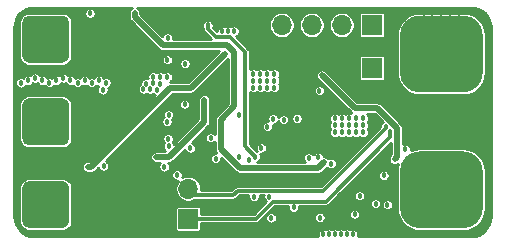
<source format=gbr>
%TF.GenerationSoftware,KiCad,Pcbnew,(5.1.6-0-10_14)*%
%TF.CreationDate,2021-03-14T15:43:45-04:00*%
%TF.ProjectId,F051_ESC,46303531-5f45-4534-932e-6b696361645f,rev?*%
%TF.SameCoordinates,Original*%
%TF.FileFunction,Copper,L3,Inr*%
%TF.FilePolarity,Positive*%
%FSLAX46Y46*%
G04 Gerber Fmt 4.6, Leading zero omitted, Abs format (unit mm)*
G04 Created by KiCad (PCBNEW (5.1.6-0-10_14)) date 2021-03-14 15:43:45*
%MOMM*%
%LPD*%
G01*
G04 APERTURE LIST*
%TA.AperFunction,ViaPad*%
%ADD10O,1.700000X1.700000*%
%TD*%
%TA.AperFunction,ViaPad*%
%ADD11R,1.700000X1.700000*%
%TD*%
%TA.AperFunction,ViaPad*%
%ADD12C,0.457200*%
%TD*%
%TA.AperFunction,Conductor*%
%ADD13C,0.500000*%
%TD*%
%TA.AperFunction,Conductor*%
%ADD14C,0.300000*%
%TD*%
%TA.AperFunction,Conductor*%
%ADD15C,0.254000*%
%TD*%
G04 APERTURE END LIST*
D10*
%TO.N,/MCU/USART1_TX*%
%TO.C,J6*%
X234070000Y-85660000D03*
D11*
%TO.N,/MCU/USART1_RX*%
X234070000Y-88200000D03*
%TD*%
%TO.N,GND*%
%TO.C,J1*%
%TA.AperFunction,ViaPad*%
G36*
G01*
X257375000Y-77500000D02*
X253625000Y-77500000D01*
G75*
G02*
X252000000Y-75875000I0J1625000D01*
G01*
X252000000Y-72625000D01*
G75*
G02*
X253625000Y-71000000I1625000J0D01*
G01*
X257375000Y-71000000D01*
G75*
G02*
X259000000Y-72625000I0J-1625000D01*
G01*
X259000000Y-75875000D01*
G75*
G02*
X257375000Y-77500000I-1625000J0D01*
G01*
G37*
%TD.AperFunction*%
%TO.N,VCC*%
%TA.AperFunction,ViaPad*%
G36*
G01*
X257375000Y-89000000D02*
X253625000Y-89000000D01*
G75*
G02*
X252000000Y-87375000I0J1625000D01*
G01*
X252000000Y-84125000D01*
G75*
G02*
X253625000Y-82500000I1625000J0D01*
G01*
X257375000Y-82500000D01*
G75*
G02*
X259000000Y-84125000I0J-1625000D01*
G01*
X259000000Y-87375000D01*
G75*
G02*
X257375000Y-89000000I-1625000J0D01*
G01*
G37*
%TD.AperFunction*%
%TD*%
%TO.N,/MCU/NRST*%
%TO.C,J5*%
X249610000Y-75440000D03*
%TD*%
D10*
%TO.N,/MCU/SWDIO*%
%TO.C,J3*%
X241990000Y-71800000D03*
%TO.N,/MCU/SWCLK*%
X244530000Y-71800000D03*
%TO.N,GND*%
X247070000Y-71800000D03*
D11*
%TO.N,+3V3*%
X249610000Y-71800000D03*
%TD*%
%TO.N,/MCU/PhaseC*%
%TO.C,J4*%
%TA.AperFunction,ViaPad*%
G36*
G01*
X223400000Y-75000000D02*
X220600000Y-75000000D01*
G75*
G02*
X220000000Y-74400000I0J600000D01*
G01*
X220000000Y-71600000D01*
G75*
G02*
X220600000Y-71000000I600000J0D01*
G01*
X223400000Y-71000000D01*
G75*
G02*
X224000000Y-71600000I0J-600000D01*
G01*
X224000000Y-74400000D01*
G75*
G02*
X223400000Y-75000000I-600000J0D01*
G01*
G37*
%TD.AperFunction*%
%TO.N,/MCU/PhaseB*%
%TA.AperFunction,ViaPad*%
G36*
G01*
X223400000Y-82000000D02*
X220600000Y-82000000D01*
G75*
G02*
X220000000Y-81400000I0J600000D01*
G01*
X220000000Y-78600000D01*
G75*
G02*
X220600000Y-78000000I600000J0D01*
G01*
X223400000Y-78000000D01*
G75*
G02*
X224000000Y-78600000I0J-600000D01*
G01*
X224000000Y-81400000D01*
G75*
G02*
X223400000Y-82000000I-600000J0D01*
G01*
G37*
%TD.AperFunction*%
%TO.N,/MCU/PhaseA*%
%TA.AperFunction,ViaPad*%
G36*
G01*
X223400000Y-89000000D02*
X220600000Y-89000000D01*
G75*
G02*
X220000000Y-88400000I0J600000D01*
G01*
X220000000Y-85600000D01*
G75*
G02*
X220600000Y-85000000I600000J0D01*
G01*
X223400000Y-85000000D01*
G75*
G02*
X224000000Y-85600000I0J-600000D01*
G01*
X224000000Y-88400000D01*
G75*
G02*
X223400000Y-89000000I-600000J0D01*
G01*
G37*
%TD.AperFunction*%
%TD*%
D12*
%TO.N,VCC*%
X252500000Y-88000000D03*
X254750000Y-88000000D03*
X254000000Y-88000000D03*
X253250000Y-88000000D03*
X253250000Y-87250000D03*
X254750000Y-87250000D03*
X254000000Y-87250000D03*
X255500000Y-86500000D03*
X254000000Y-86500000D03*
X254750000Y-86500000D03*
X254750000Y-85750000D03*
X254000000Y-88750000D03*
X254750000Y-88750000D03*
X257000000Y-88750000D03*
X255500000Y-88750000D03*
X256250000Y-88750000D03*
X255500000Y-88000000D03*
X256250000Y-88000000D03*
X257000000Y-88000000D03*
X257750000Y-88000000D03*
X258500000Y-88000000D03*
X255500000Y-87250000D03*
X252500000Y-87250000D03*
X253250000Y-86500000D03*
X252500000Y-86500000D03*
X254000000Y-85750000D03*
X253250000Y-85750000D03*
X252500000Y-85750000D03*
X252500000Y-85000000D03*
X253250000Y-85000000D03*
X254000000Y-85000000D03*
X252500000Y-84250000D03*
X254000000Y-84250000D03*
X253250000Y-84250000D03*
X252500000Y-83500000D03*
X253250000Y-83500000D03*
X254000000Y-83500000D03*
X254000000Y-82750000D03*
X254750000Y-82750000D03*
X254750000Y-83500000D03*
X254750000Y-84250000D03*
X254750000Y-85000000D03*
X255500000Y-85000000D03*
X255500000Y-84250000D03*
X255500000Y-83500000D03*
X255500000Y-82750000D03*
X257000000Y-82750000D03*
X256250000Y-82750000D03*
X256250000Y-83500000D03*
X257000000Y-83500000D03*
X257750000Y-83500000D03*
X258500000Y-83500000D03*
X258500000Y-84250000D03*
X257750000Y-84250000D03*
X257000000Y-84250000D03*
X256250000Y-84250000D03*
X256250000Y-85000000D03*
X257000000Y-85000000D03*
X257750000Y-85000000D03*
X258500000Y-85000000D03*
X258500000Y-87250000D03*
X257750000Y-87250000D03*
X257000000Y-87250000D03*
X256250000Y-87250000D03*
X256250000Y-86500000D03*
X257000000Y-86500000D03*
X257750000Y-86500000D03*
X258500000Y-86500000D03*
X258500000Y-85750000D03*
X257750000Y-85750000D03*
X257000000Y-85750000D03*
X256250000Y-85750000D03*
%TO.N,GND*%
X258500000Y-76500000D03*
X258500000Y-75750000D03*
X258500000Y-75000000D03*
X257750000Y-75000000D03*
X257750000Y-75750000D03*
X257000000Y-75750000D03*
X257000000Y-75000000D03*
X256250000Y-75000000D03*
X256250000Y-75750000D03*
X255500000Y-75750000D03*
X255500000Y-75000000D03*
X254750000Y-75000000D03*
X254750000Y-75750000D03*
X254750000Y-76500000D03*
X255500000Y-76500000D03*
X256250000Y-76500000D03*
X257000000Y-76500000D03*
X257750000Y-76500000D03*
X257000000Y-77250000D03*
X256250000Y-77250000D03*
X255500000Y-77250000D03*
X254750000Y-77250000D03*
X254000000Y-77250000D03*
X252500000Y-76500000D03*
X253250000Y-76500000D03*
X254000000Y-76500000D03*
X254000000Y-75750000D03*
X253250000Y-75750000D03*
X252500000Y-75750000D03*
X252500000Y-75000000D03*
X253250000Y-75000000D03*
X254000000Y-75000000D03*
X252500000Y-74250000D03*
X253250000Y-74250000D03*
X254000000Y-74250000D03*
X254750000Y-74250000D03*
X253250000Y-73500000D03*
X252500000Y-73500000D03*
X254000000Y-73500000D03*
X254750000Y-73500000D03*
X254750000Y-72750000D03*
X254000000Y-72750000D03*
X253250000Y-72750000D03*
X252500000Y-72750000D03*
X252500000Y-72000000D03*
X253250000Y-72000000D03*
X254000000Y-71250000D03*
X254000000Y-72000000D03*
X254750000Y-72000000D03*
X254750000Y-71250000D03*
X255500000Y-71250000D03*
X256250000Y-71250000D03*
X257000000Y-71250000D03*
X258500000Y-72000000D03*
X257750000Y-72000000D03*
X257000000Y-72000000D03*
X256250000Y-72000000D03*
X255500000Y-72000000D03*
X255500000Y-72750000D03*
X256250000Y-72750000D03*
X257000000Y-72750000D03*
X257750000Y-72750000D03*
X258500000Y-72750000D03*
X258500000Y-73500000D03*
X257750000Y-73500000D03*
X257000000Y-73500000D03*
X256250000Y-73500000D03*
X255500000Y-73500000D03*
X258500000Y-74250000D03*
X257750000Y-74250000D03*
X257000000Y-74250000D03*
X256250000Y-74250000D03*
X227100000Y-76700000D03*
X232267641Y-79992025D03*
X232304400Y-74762338D03*
X232300000Y-76200000D03*
X231700000Y-76200000D03*
X231100000Y-76200000D03*
X231700000Y-76800000D03*
X231100000Y-76750000D03*
X230500000Y-76770000D03*
X231400000Y-77300000D03*
X230820000Y-77240000D03*
X230260000Y-77230000D03*
X226500000Y-76500000D03*
X225900000Y-76700000D03*
X225300000Y-76500000D03*
X224700000Y-76700000D03*
X224100000Y-76500000D03*
X223500000Y-76300000D03*
X222900000Y-76500000D03*
X222300000Y-76700000D03*
X221700000Y-76500000D03*
X221100000Y-76300000D03*
X220500000Y-76500000D03*
X219900000Y-76700000D03*
X232420000Y-79400000D03*
X232360000Y-81430000D03*
X232400000Y-82070000D03*
X247680000Y-80300000D03*
X248280000Y-80300000D03*
X248880000Y-80300000D03*
X247080000Y-80300000D03*
X246480000Y-80300000D03*
X247680000Y-79700000D03*
X248280000Y-79700000D03*
X247080000Y-79700000D03*
X246480000Y-79700000D03*
X246480000Y-80900000D03*
X247080000Y-80900000D03*
X247680000Y-80900000D03*
X248280000Y-80900000D03*
X248880000Y-80900000D03*
X238384390Y-79444400D03*
X245160000Y-77360000D03*
X250930000Y-87030000D03*
X245070000Y-83000000D03*
X232330616Y-72865000D03*
X236950000Y-72330008D03*
X237450000Y-72320000D03*
X237950000Y-72320000D03*
X241370000Y-76520000D03*
X240770000Y-76520000D03*
X240170000Y-76520000D03*
X241370000Y-75920000D03*
X240770000Y-75920000D03*
X240170000Y-75920000D03*
X240170000Y-77120000D03*
X240770000Y-77120000D03*
X241370000Y-77120000D03*
X239570000Y-77120000D03*
X239570000Y-76520000D03*
X239570000Y-75920000D03*
X248150000Y-87820000D03*
X245210000Y-88100000D03*
X246500000Y-89500000D03*
X247000000Y-89500000D03*
X247500000Y-89500000D03*
X248000000Y-89500000D03*
X246000000Y-89500000D03*
X245500000Y-89500000D03*
X242150000Y-79810000D03*
X248880000Y-79700000D03*
X252455610Y-82330000D03*
X239640000Y-86325610D03*
%TO.N,+3V3*%
X249940000Y-86930000D03*
X251540000Y-83180000D03*
X248590000Y-86270000D03*
X241090000Y-88140000D03*
X245380000Y-76050000D03*
%TO.N,+12V*%
X233120000Y-84496290D03*
X243280000Y-79719998D03*
X243000001Y-87251211D03*
%TO.N,/MCU/PhaseB*%
X220500000Y-78500000D03*
X221250000Y-78500000D03*
X222000000Y-78500000D03*
X222750000Y-78500000D03*
X223500000Y-78500000D03*
X223500000Y-79250000D03*
X223500000Y-80000000D03*
X223500000Y-80750000D03*
X223500000Y-81500000D03*
X222750000Y-81500000D03*
X222750000Y-80750000D03*
X222000000Y-80750000D03*
X222000000Y-81500000D03*
X220500000Y-81500000D03*
X221250000Y-81500000D03*
X221250000Y-80750000D03*
X220500000Y-80750000D03*
X220500000Y-80000000D03*
X220500000Y-79250000D03*
X221250000Y-79250000D03*
X221250000Y-80000000D03*
X222000000Y-79250000D03*
X222750000Y-79250000D03*
X222750000Y-80000000D03*
X240257390Y-82210000D03*
X235430000Y-78150000D03*
X231330000Y-82979998D03*
%TO.N,/MCU/PhaseA*%
X222750000Y-88500000D03*
X223500000Y-88500000D03*
X223500000Y-87750000D03*
X222750000Y-87750000D03*
X222000000Y-87750000D03*
X222000000Y-88500000D03*
X221250000Y-88500000D03*
X220500000Y-88500000D03*
X220500000Y-87750000D03*
X221250000Y-87750000D03*
X221250000Y-87000000D03*
X220500000Y-87000000D03*
X220500000Y-85500000D03*
X220500000Y-86250000D03*
X221250000Y-86250000D03*
X221250000Y-85500000D03*
X222000000Y-85500000D03*
X222750000Y-85500000D03*
X223500000Y-85500000D03*
X222750000Y-86250000D03*
X223500000Y-86250000D03*
X223500000Y-87000000D03*
X222750000Y-87000000D03*
X222000000Y-86250000D03*
X225550000Y-83814398D03*
X241250000Y-79750000D03*
X237200000Y-74220000D03*
%TO.N,/MCU/PhaseC*%
X220500000Y-71500000D03*
X221250000Y-71500000D03*
X222000000Y-71500000D03*
X222750000Y-71500000D03*
X223500000Y-71500000D03*
X223500000Y-72250000D03*
X222750000Y-72250000D03*
X222000000Y-72250000D03*
X220500000Y-72250000D03*
X221250000Y-72250000D03*
X221250000Y-73000000D03*
X220500000Y-73000000D03*
X220500000Y-73750000D03*
X220500000Y-74500000D03*
X221250000Y-74500000D03*
X221250000Y-73750000D03*
X222000000Y-73750000D03*
X222000000Y-74500000D03*
X223500000Y-74500000D03*
X222750000Y-74500000D03*
X222750000Y-73750000D03*
X223500000Y-73750000D03*
X223500000Y-73000000D03*
X222750000Y-73000000D03*
X236840000Y-80140000D03*
X229520000Y-70794386D03*
X245554390Y-83429999D03*
%TO.N,Net-(Q1-Pad4)*%
X226908232Y-83748230D03*
X233795610Y-75076770D03*
%TO.N,Net-(Q2-Pad4)*%
X232029528Y-83818593D03*
X236402094Y-83108556D03*
%TO.N,Net-(Q3-Pad4)*%
X226840000Y-77294398D03*
X233760284Y-78524674D03*
%TO.N,Net-(Q4-Pad4)*%
X238408835Y-83012373D03*
%TO.N,Net-(Q5-Pad4)*%
X234252521Y-82242521D03*
X225750000Y-70814388D03*
%TO.N,Net-(Q6-Pad4)*%
X239204390Y-83199996D03*
%TO.N,/MCU/SenseCOM*%
X240760000Y-80410000D03*
X246170000Y-83530000D03*
%TO.N,/MCU/NRST*%
X250630000Y-84540000D03*
%TO.N,Net-(R24-Pad1)*%
X244258707Y-83036335D03*
X240919999Y-86325610D03*
%TO.N,/MCU/PWM*%
X235730000Y-71820000D03*
X239750000Y-82940610D03*
%TO.N,VCC_Shunt*%
X248750000Y-89500000D03*
X249250000Y-89500000D03*
X249750000Y-89500000D03*
X250250000Y-89500000D03*
X253500000Y-79000000D03*
X253000000Y-79000000D03*
X253500000Y-81500000D03*
X253000000Y-81500000D03*
X253000000Y-81000000D03*
X253500000Y-81000000D03*
X253500000Y-80500000D03*
X253000000Y-80500000D03*
X253000000Y-80000000D03*
X253500000Y-80000000D03*
X253500000Y-79500000D03*
X253000000Y-79500000D03*
X240480000Y-71460000D03*
X227560000Y-83730000D03*
X227910000Y-83180000D03*
X228570000Y-82950000D03*
X228300000Y-83740000D03*
X228880000Y-83480000D03*
X229470000Y-83750000D03*
X227710000Y-76310000D03*
X228040000Y-76900000D03*
X228410000Y-76340000D03*
X228750000Y-76940000D03*
X229200000Y-76290000D03*
X229570000Y-76980000D03*
X229900000Y-76350000D03*
X252500000Y-81500000D03*
X252500000Y-81000000D03*
X252500000Y-80500000D03*
X252500000Y-80000000D03*
X252500000Y-79500000D03*
X252500000Y-79000000D03*
X252000000Y-78400000D03*
X252000000Y-78900000D03*
X252000000Y-79400000D03*
X252000000Y-79900000D03*
X251500000Y-78400000D03*
X251000000Y-78400000D03*
X251000000Y-77900000D03*
X250500000Y-77900000D03*
X251000000Y-78900000D03*
X251500000Y-78900000D03*
X251500000Y-79400000D03*
X254000000Y-79000000D03*
X254500000Y-79000000D03*
X255000000Y-79000000D03*
X255000000Y-79500000D03*
X254500000Y-79500000D03*
X254000000Y-79500000D03*
X254000000Y-80000000D03*
X254500000Y-80000000D03*
X255000000Y-80000000D03*
X255000000Y-80500000D03*
X254500000Y-80500000D03*
X254000000Y-80500000D03*
X254000000Y-81000000D03*
X254500000Y-81000000D03*
X255000000Y-81000000D03*
X255000000Y-81500000D03*
X254500000Y-81500000D03*
X254000000Y-81500000D03*
X237620000Y-84560000D03*
X237620000Y-85120000D03*
X248750000Y-87600000D03*
X249250000Y-87600000D03*
X249750000Y-87600000D03*
X250250000Y-87600000D03*
X250750000Y-89500000D03*
X251250000Y-89500000D03*
X251750000Y-89500000D03*
X237647528Y-85691066D03*
X253500000Y-78500000D03*
X253000000Y-78500000D03*
X252500000Y-78500000D03*
X254000000Y-78500000D03*
X254500000Y-78500000D03*
X255000000Y-78500000D03*
%TO.N,/Curent Sense/CURR*%
X235978586Y-81361388D03*
%TO.N,/MCU/USART1_TX*%
X250776168Y-80428415D03*
%TO.N,/MCU/USART1_RX*%
X251144390Y-80881975D03*
%TD*%
D13*
%TO.N,+3V3*%
X250080000Y-78860000D02*
X248190000Y-78860000D01*
X251750000Y-80530000D02*
X250080000Y-78860000D01*
X251750000Y-82970000D02*
X251750000Y-80530000D01*
X248190000Y-78860000D02*
X245380000Y-76050000D01*
X251540000Y-83180000D02*
X251750000Y-82970000D01*
%TO.N,/MCU/PhaseB*%
X232450002Y-82979998D02*
X231330000Y-82979998D01*
X235430000Y-78150000D02*
X235430000Y-80000000D01*
X235430000Y-80000000D02*
X232450002Y-82979998D01*
%TO.N,/MCU/PhaseA*%
X234290000Y-77130000D02*
X237200000Y-74220000D01*
X232557687Y-77130000D02*
X234290000Y-77130000D01*
X225873289Y-83814398D02*
X232557687Y-77130000D01*
X225550000Y-83814398D02*
X225873289Y-83814398D01*
%TO.N,/MCU/PhaseC*%
X231897926Y-73495601D02*
X229520000Y-71117675D01*
X229520000Y-71117675D02*
X229520000Y-70794386D01*
X236840000Y-79816711D02*
X237970000Y-78686711D01*
X237385601Y-73495601D02*
X231897926Y-73495601D01*
X237970000Y-74080000D02*
X237385601Y-73495601D01*
X237970000Y-78686711D02*
X237970000Y-74080000D01*
X236840000Y-80140000D02*
X236840000Y-79816711D01*
X245084389Y-83900000D02*
X245554390Y-83429999D01*
X238440000Y-83900000D02*
X245084389Y-83900000D01*
X236840000Y-82300000D02*
X238440000Y-83900000D01*
X236840000Y-80140000D02*
X236840000Y-82300000D01*
D14*
%TO.N,/MCU/PWM*%
X235730000Y-72143289D02*
X235730000Y-71820000D01*
X239750000Y-82940610D02*
X238890000Y-82080610D01*
X238890000Y-82080610D02*
X238890000Y-74120000D01*
X237625601Y-72855601D02*
X236442312Y-72855601D01*
X236442312Y-72855601D02*
X235730000Y-72143289D01*
X238890000Y-74120000D02*
X237625601Y-72855601D01*
%TO.N,/MCU/USART1_TX*%
X234606667Y-86196667D02*
X234070000Y-85660000D01*
X237890217Y-86196667D02*
X234606667Y-86196667D01*
X250776168Y-80513832D02*
X245470000Y-85820000D01*
X238266884Y-85820000D02*
X237890217Y-86196667D01*
X245470000Y-85820000D02*
X238266884Y-85820000D01*
X250776168Y-80428415D02*
X250776168Y-80513832D01*
%TO.N,/MCU/USART1_RX*%
X251144390Y-81295610D02*
X251144390Y-80881975D01*
X245694399Y-86745601D02*
X251144390Y-81295610D01*
X241228298Y-86745601D02*
X245694399Y-86745601D01*
X239773899Y-88200000D02*
X241228298Y-86745601D01*
X234070000Y-88200000D02*
X239773899Y-88200000D01*
%TD*%
D15*
%TO.N,VCC_Shunt*%
G36*
X229238639Y-70373298D02*
G01*
X229161895Y-70436280D01*
X229098913Y-70513024D01*
X229052113Y-70600581D01*
X229023293Y-70695585D01*
X229016000Y-70769632D01*
X229016000Y-71092921D01*
X229013562Y-71117675D01*
X229016000Y-71142428D01*
X229023293Y-71216475D01*
X229052112Y-71311479D01*
X229098912Y-71399037D01*
X229161894Y-71475781D01*
X229181127Y-71491565D01*
X231524040Y-73834479D01*
X231539820Y-73853707D01*
X231616564Y-73916689D01*
X231704121Y-73963489D01*
X231753926Y-73978597D01*
X231799124Y-73992308D01*
X231897925Y-74002039D01*
X231922679Y-73999601D01*
X236707635Y-73999601D01*
X234081237Y-76626000D01*
X232582437Y-76626000D01*
X232557686Y-76623562D01*
X232532935Y-76626000D01*
X232532933Y-76626000D01*
X232530786Y-76626211D01*
X232607640Y-76574860D01*
X232674860Y-76507640D01*
X232727674Y-76428597D01*
X232764054Y-76340769D01*
X232782600Y-76247532D01*
X232782600Y-76152468D01*
X232764054Y-76059231D01*
X232727674Y-75971403D01*
X232674860Y-75892360D01*
X232607640Y-75825140D01*
X232528597Y-75772326D01*
X232440769Y-75735946D01*
X232347532Y-75717400D01*
X232252468Y-75717400D01*
X232159231Y-75735946D01*
X232071403Y-75772326D01*
X232000000Y-75820035D01*
X231928597Y-75772326D01*
X231840769Y-75735946D01*
X231747532Y-75717400D01*
X231652468Y-75717400D01*
X231559231Y-75735946D01*
X231471403Y-75772326D01*
X231400000Y-75820035D01*
X231328597Y-75772326D01*
X231240769Y-75735946D01*
X231147532Y-75717400D01*
X231052468Y-75717400D01*
X230959231Y-75735946D01*
X230871403Y-75772326D01*
X230792360Y-75825140D01*
X230725140Y-75892360D01*
X230672326Y-75971403D01*
X230635946Y-76059231D01*
X230617400Y-76152468D01*
X230617400Y-76247532D01*
X230628535Y-76303513D01*
X230547532Y-76287400D01*
X230452468Y-76287400D01*
X230359231Y-76305946D01*
X230271403Y-76342326D01*
X230192360Y-76395140D01*
X230125140Y-76462360D01*
X230072326Y-76541403D01*
X230035946Y-76629231D01*
X230017400Y-76722468D01*
X230017400Y-76811682D01*
X229952360Y-76855140D01*
X229885140Y-76922360D01*
X229832326Y-77001403D01*
X229795946Y-77089231D01*
X229777400Y-77182468D01*
X229777400Y-77277532D01*
X229795946Y-77370769D01*
X229832326Y-77458597D01*
X229885140Y-77537640D01*
X229952360Y-77604860D01*
X230031403Y-77657674D01*
X230119231Y-77694054D01*
X230212468Y-77712600D01*
X230307532Y-77712600D01*
X230400769Y-77694054D01*
X230488597Y-77657674D01*
X230532517Y-77628328D01*
X230591403Y-77667674D01*
X230679231Y-77704054D01*
X230772468Y-77722600D01*
X230867532Y-77722600D01*
X230960769Y-77704054D01*
X231048597Y-77667674D01*
X231070523Y-77653023D01*
X231092360Y-77674860D01*
X231171403Y-77727674D01*
X231225034Y-77749889D01*
X225664526Y-83310398D01*
X225525246Y-83310398D01*
X225451199Y-83317691D01*
X225356195Y-83346510D01*
X225268638Y-83393310D01*
X225191894Y-83456292D01*
X225128912Y-83533036D01*
X225082112Y-83620593D01*
X225053293Y-83715597D01*
X225043562Y-83814398D01*
X225053293Y-83913199D01*
X225082112Y-84008203D01*
X225128912Y-84095760D01*
X225191894Y-84172504D01*
X225268638Y-84235486D01*
X225356195Y-84282286D01*
X225451199Y-84311105D01*
X225525246Y-84318398D01*
X225848535Y-84318398D01*
X225873289Y-84320836D01*
X225972090Y-84311105D01*
X226067094Y-84282286D01*
X226154651Y-84235486D01*
X226231395Y-84172504D01*
X226247179Y-84153271D01*
X226463882Y-83936568D01*
X226480558Y-83976827D01*
X226533372Y-84055870D01*
X226600592Y-84123090D01*
X226679635Y-84175904D01*
X226767463Y-84212284D01*
X226860700Y-84230830D01*
X226955764Y-84230830D01*
X227049001Y-84212284D01*
X227136829Y-84175904D01*
X227215872Y-84123090D01*
X227283092Y-84055870D01*
X227335906Y-83976827D01*
X227372286Y-83888999D01*
X227390832Y-83795762D01*
X227390832Y-83700698D01*
X227372286Y-83607461D01*
X227335906Y-83519633D01*
X227283092Y-83440590D01*
X227215872Y-83373370D01*
X227136829Y-83320556D01*
X227096570Y-83303880D01*
X227420452Y-82979998D01*
X230823562Y-82979998D01*
X230833293Y-83078799D01*
X230862112Y-83173803D01*
X230908912Y-83261360D01*
X230971894Y-83338104D01*
X231048638Y-83401086D01*
X231136195Y-83447886D01*
X231231199Y-83476705D01*
X231305246Y-83483998D01*
X231681623Y-83483998D01*
X231654668Y-83510953D01*
X231601854Y-83589996D01*
X231565474Y-83677824D01*
X231546928Y-83771061D01*
X231546928Y-83866125D01*
X231565474Y-83959362D01*
X231601854Y-84047190D01*
X231654668Y-84126233D01*
X231721888Y-84193453D01*
X231800931Y-84246267D01*
X231888759Y-84282647D01*
X231981996Y-84301193D01*
X232077060Y-84301193D01*
X232170297Y-84282647D01*
X232258125Y-84246267D01*
X232337168Y-84193453D01*
X232404388Y-84126233D01*
X232457202Y-84047190D01*
X232493582Y-83959362D01*
X232512128Y-83866125D01*
X232512128Y-83771061D01*
X232493582Y-83677824D01*
X232457202Y-83589996D01*
X232404388Y-83510953D01*
X232377433Y-83483998D01*
X232425248Y-83483998D01*
X232450002Y-83486436D01*
X232548803Y-83476705D01*
X232552709Y-83475520D01*
X232643807Y-83447886D01*
X232731364Y-83401086D01*
X232808108Y-83338104D01*
X232823892Y-83318871D01*
X233783657Y-82359106D01*
X233788467Y-82383290D01*
X233824847Y-82471118D01*
X233877661Y-82550161D01*
X233944881Y-82617381D01*
X234023924Y-82670195D01*
X234111752Y-82706575D01*
X234204989Y-82725121D01*
X234300053Y-82725121D01*
X234393290Y-82706575D01*
X234481118Y-82670195D01*
X234560161Y-82617381D01*
X234627381Y-82550161D01*
X234680195Y-82471118D01*
X234716575Y-82383290D01*
X234735121Y-82290053D01*
X234735121Y-82194989D01*
X234716575Y-82101752D01*
X234680195Y-82013924D01*
X234627381Y-81934881D01*
X234560161Y-81867661D01*
X234481118Y-81814847D01*
X234393290Y-81778467D01*
X234369106Y-81773657D01*
X235768873Y-80373890D01*
X235788106Y-80358106D01*
X235851088Y-80281362D01*
X235897888Y-80193805D01*
X235926707Y-80098801D01*
X235934000Y-80024754D01*
X235936438Y-80000000D01*
X235934000Y-79975246D01*
X235934000Y-78125246D01*
X235926707Y-78051199D01*
X235897888Y-77956195D01*
X235851088Y-77868638D01*
X235788106Y-77791894D01*
X235711362Y-77728912D01*
X235623804Y-77682112D01*
X235528800Y-77653293D01*
X235430000Y-77643562D01*
X235331199Y-77653293D01*
X235236195Y-77682112D01*
X235148638Y-77728912D01*
X235071894Y-77791894D01*
X235008912Y-77868638D01*
X234962112Y-77956196D01*
X234933293Y-78051200D01*
X234926000Y-78125247D01*
X234926001Y-79791236D01*
X232841780Y-81875457D01*
X232827674Y-81841403D01*
X232774860Y-81762360D01*
X232740980Y-81728480D01*
X232787674Y-81658597D01*
X232824054Y-81570769D01*
X232842600Y-81477532D01*
X232842600Y-81382468D01*
X232824054Y-81289231D01*
X232787674Y-81201403D01*
X232734860Y-81122360D01*
X232667640Y-81055140D01*
X232588597Y-81002326D01*
X232500769Y-80965946D01*
X232407532Y-80947400D01*
X232312468Y-80947400D01*
X232219231Y-80965946D01*
X232131403Y-81002326D01*
X232052360Y-81055140D01*
X231985140Y-81122360D01*
X231932326Y-81201403D01*
X231895946Y-81289231D01*
X231877400Y-81382468D01*
X231877400Y-81477532D01*
X231895946Y-81570769D01*
X231932326Y-81658597D01*
X231985140Y-81737640D01*
X232019020Y-81771520D01*
X231972326Y-81841403D01*
X231935946Y-81929231D01*
X231917400Y-82022468D01*
X231917400Y-82117532D01*
X231935946Y-82210769D01*
X231972326Y-82298597D01*
X232025140Y-82377640D01*
X232092360Y-82444860D01*
X232138962Y-82475998D01*
X231305246Y-82475998D01*
X231231199Y-82483291D01*
X231136195Y-82512110D01*
X231048638Y-82558910D01*
X230971894Y-82621892D01*
X230908912Y-82698636D01*
X230862112Y-82786193D01*
X230833293Y-82881197D01*
X230823562Y-82979998D01*
X227420452Y-82979998D01*
X230455957Y-79944493D01*
X231785041Y-79944493D01*
X231785041Y-80039557D01*
X231803587Y-80132794D01*
X231839967Y-80220622D01*
X231892781Y-80299665D01*
X231960001Y-80366885D01*
X232039044Y-80419699D01*
X232126872Y-80456079D01*
X232220109Y-80474625D01*
X232315173Y-80474625D01*
X232408410Y-80456079D01*
X232496238Y-80419699D01*
X232575281Y-80366885D01*
X232642501Y-80299665D01*
X232695315Y-80220622D01*
X232731695Y-80132794D01*
X232750241Y-80039557D01*
X232750241Y-79944493D01*
X232731695Y-79851256D01*
X232706031Y-79789298D01*
X232727640Y-79774860D01*
X232794860Y-79707640D01*
X232847674Y-79628597D01*
X232884054Y-79540769D01*
X232902600Y-79447532D01*
X232902600Y-79352468D01*
X232884054Y-79259231D01*
X232847674Y-79171403D01*
X232794860Y-79092360D01*
X232727640Y-79025140D01*
X232648597Y-78972326D01*
X232560769Y-78935946D01*
X232467532Y-78917400D01*
X232372468Y-78917400D01*
X232279231Y-78935946D01*
X232191403Y-78972326D01*
X232112360Y-79025140D01*
X232045140Y-79092360D01*
X231992326Y-79171403D01*
X231955946Y-79259231D01*
X231937400Y-79352468D01*
X231937400Y-79447532D01*
X231955946Y-79540769D01*
X231981610Y-79602727D01*
X231960001Y-79617165D01*
X231892781Y-79684385D01*
X231839967Y-79763428D01*
X231803587Y-79851256D01*
X231785041Y-79944493D01*
X230455957Y-79944493D01*
X231923308Y-78477142D01*
X233277684Y-78477142D01*
X233277684Y-78572206D01*
X233296230Y-78665443D01*
X233332610Y-78753271D01*
X233385424Y-78832314D01*
X233452644Y-78899534D01*
X233531687Y-78952348D01*
X233619515Y-78988728D01*
X233712752Y-79007274D01*
X233807816Y-79007274D01*
X233901053Y-78988728D01*
X233988881Y-78952348D01*
X234067924Y-78899534D01*
X234135144Y-78832314D01*
X234187958Y-78753271D01*
X234224338Y-78665443D01*
X234242884Y-78572206D01*
X234242884Y-78477142D01*
X234224338Y-78383905D01*
X234187958Y-78296077D01*
X234135144Y-78217034D01*
X234067924Y-78149814D01*
X233988881Y-78097000D01*
X233901053Y-78060620D01*
X233807816Y-78042074D01*
X233712752Y-78042074D01*
X233619515Y-78060620D01*
X233531687Y-78097000D01*
X233452644Y-78149814D01*
X233385424Y-78217034D01*
X233332610Y-78296077D01*
X233296230Y-78383905D01*
X233277684Y-78477142D01*
X231923308Y-78477142D01*
X232766451Y-77634000D01*
X234265246Y-77634000D01*
X234290000Y-77636438D01*
X234388801Y-77626707D01*
X234394890Y-77624860D01*
X234483805Y-77597888D01*
X234571362Y-77551088D01*
X234648106Y-77488106D01*
X234663890Y-77468873D01*
X237466001Y-74666763D01*
X237466000Y-78477947D01*
X236501123Y-79442825D01*
X236481895Y-79458605D01*
X236418913Y-79535349D01*
X236372113Y-79622906D01*
X236343293Y-79717910D01*
X236339932Y-79752040D01*
X236333562Y-79816711D01*
X236336000Y-79841465D01*
X236336000Y-81036302D01*
X236286226Y-80986528D01*
X236207183Y-80933714D01*
X236119355Y-80897334D01*
X236026118Y-80878788D01*
X235931054Y-80878788D01*
X235837817Y-80897334D01*
X235749989Y-80933714D01*
X235670946Y-80986528D01*
X235603726Y-81053748D01*
X235550912Y-81132791D01*
X235514532Y-81220619D01*
X235495986Y-81313856D01*
X235495986Y-81408920D01*
X235514532Y-81502157D01*
X235550912Y-81589985D01*
X235603726Y-81669028D01*
X235670946Y-81736248D01*
X235749989Y-81789062D01*
X235837817Y-81825442D01*
X235931054Y-81843988D01*
X236026118Y-81843988D01*
X236119355Y-81825442D01*
X236207183Y-81789062D01*
X236286226Y-81736248D01*
X236336001Y-81686473D01*
X236336001Y-82275237D01*
X236333562Y-82300000D01*
X236343293Y-82398801D01*
X236367550Y-82478764D01*
X236372113Y-82493805D01*
X236418913Y-82581362D01*
X236456658Y-82627355D01*
X236449626Y-82625956D01*
X236354562Y-82625956D01*
X236261325Y-82644502D01*
X236173497Y-82680882D01*
X236094454Y-82733696D01*
X236027234Y-82800916D01*
X235974420Y-82879959D01*
X235938040Y-82967787D01*
X235919494Y-83061024D01*
X235919494Y-83156088D01*
X235938040Y-83249325D01*
X235974420Y-83337153D01*
X236027234Y-83416196D01*
X236094454Y-83483416D01*
X236173497Y-83536230D01*
X236261325Y-83572610D01*
X236354562Y-83591156D01*
X236449626Y-83591156D01*
X236542863Y-83572610D01*
X236630691Y-83536230D01*
X236709734Y-83483416D01*
X236776954Y-83416196D01*
X236829768Y-83337153D01*
X236866148Y-83249325D01*
X236884694Y-83156088D01*
X236884694Y-83061024D01*
X236883808Y-83056571D01*
X238066110Y-84238873D01*
X238081894Y-84258106D01*
X238158638Y-84321088D01*
X238246195Y-84367888D01*
X238321624Y-84390769D01*
X238341199Y-84396707D01*
X238440000Y-84406438D01*
X238464754Y-84404000D01*
X245059635Y-84404000D01*
X245084389Y-84406438D01*
X245183190Y-84396707D01*
X245278194Y-84367888D01*
X245365751Y-84321088D01*
X245442495Y-84258106D01*
X245458279Y-84238873D01*
X245827326Y-83869826D01*
X245862360Y-83904860D01*
X245941403Y-83957674D01*
X246029231Y-83994054D01*
X246122468Y-84012600D01*
X246217532Y-84012600D01*
X246310769Y-83994054D01*
X246398597Y-83957674D01*
X246477640Y-83904860D01*
X246544860Y-83837640D01*
X246597674Y-83758597D01*
X246634054Y-83670769D01*
X246652600Y-83577532D01*
X246652600Y-83482468D01*
X246634054Y-83389231D01*
X246597674Y-83301403D01*
X246544860Y-83222360D01*
X246477640Y-83155140D01*
X246398597Y-83102326D01*
X246310769Y-83065946D01*
X246217532Y-83047400D01*
X246122468Y-83047400D01*
X246029231Y-83065946D01*
X245941403Y-83102326D01*
X245938863Y-83104023D01*
X245912495Y-83071894D01*
X245835752Y-83008912D01*
X245748196Y-82962112D01*
X245653191Y-82933292D01*
X245554390Y-82923561D01*
X245546995Y-82924289D01*
X245534054Y-82859231D01*
X245497674Y-82771403D01*
X245444860Y-82692360D01*
X245377640Y-82625140D01*
X245298597Y-82572326D01*
X245210769Y-82535946D01*
X245117532Y-82517400D01*
X245022468Y-82517400D01*
X244929231Y-82535946D01*
X244841403Y-82572326D01*
X244762360Y-82625140D01*
X244695140Y-82692360D01*
X244652215Y-82756603D01*
X244633567Y-82728695D01*
X244566347Y-82661475D01*
X244487304Y-82608661D01*
X244399476Y-82572281D01*
X244306239Y-82553735D01*
X244211175Y-82553735D01*
X244117938Y-82572281D01*
X244030110Y-82608661D01*
X243951067Y-82661475D01*
X243883847Y-82728695D01*
X243831033Y-82807738D01*
X243794653Y-82895566D01*
X243776107Y-82988803D01*
X243776107Y-83083867D01*
X243794653Y-83177104D01*
X243831033Y-83264932D01*
X243883847Y-83343975D01*
X243935872Y-83396000D01*
X239911685Y-83396000D01*
X239978597Y-83368284D01*
X240057640Y-83315470D01*
X240124860Y-83248250D01*
X240177674Y-83169207D01*
X240214054Y-83081379D01*
X240232600Y-82988142D01*
X240232600Y-82893078D01*
X240214054Y-82799841D01*
X240177674Y-82712013D01*
X240157782Y-82682241D01*
X240209858Y-82692600D01*
X240304922Y-82692600D01*
X240398159Y-82674054D01*
X240485987Y-82637674D01*
X240565030Y-82584860D01*
X240632250Y-82517640D01*
X240685064Y-82438597D01*
X240721444Y-82350769D01*
X240739990Y-82257532D01*
X240739990Y-82162468D01*
X240721444Y-82069231D01*
X240685064Y-81981403D01*
X240632250Y-81902360D01*
X240565030Y-81835140D01*
X240485987Y-81782326D01*
X240398159Y-81745946D01*
X240304922Y-81727400D01*
X240209858Y-81727400D01*
X240116621Y-81745946D01*
X240028793Y-81782326D01*
X239949750Y-81835140D01*
X239882530Y-81902360D01*
X239829716Y-81981403D01*
X239793336Y-82069231D01*
X239774790Y-82162468D01*
X239774790Y-82257532D01*
X239793336Y-82350769D01*
X239829716Y-82438597D01*
X239849608Y-82468369D01*
X239848975Y-82468243D01*
X239294000Y-81913268D01*
X239294000Y-80362468D01*
X240277400Y-80362468D01*
X240277400Y-80457532D01*
X240295946Y-80550769D01*
X240332326Y-80638597D01*
X240385140Y-80717640D01*
X240452360Y-80784860D01*
X240531403Y-80837674D01*
X240619231Y-80874054D01*
X240712468Y-80892600D01*
X240807532Y-80892600D01*
X240900769Y-80874054D01*
X240988597Y-80837674D01*
X241067640Y-80784860D01*
X241134860Y-80717640D01*
X241187674Y-80638597D01*
X241224054Y-80550769D01*
X241242600Y-80457532D01*
X241242600Y-80362468D01*
X241224054Y-80269231D01*
X241208881Y-80232600D01*
X241297532Y-80232600D01*
X241390769Y-80214054D01*
X241478597Y-80177674D01*
X241557640Y-80124860D01*
X241624860Y-80057640D01*
X241677674Y-79978597D01*
X241687573Y-79954698D01*
X241722326Y-80038597D01*
X241775140Y-80117640D01*
X241842360Y-80184860D01*
X241921403Y-80237674D01*
X242009231Y-80274054D01*
X242102468Y-80292600D01*
X242197532Y-80292600D01*
X242290769Y-80274054D01*
X242378597Y-80237674D01*
X242457640Y-80184860D01*
X242524860Y-80117640D01*
X242577674Y-80038597D01*
X242614054Y-79950769D01*
X242632600Y-79857532D01*
X242632600Y-79762468D01*
X242614698Y-79672466D01*
X242797400Y-79672466D01*
X242797400Y-79767530D01*
X242815946Y-79860767D01*
X242852326Y-79948595D01*
X242905140Y-80027638D01*
X242972360Y-80094858D01*
X243051403Y-80147672D01*
X243139231Y-80184052D01*
X243232468Y-80202598D01*
X243327532Y-80202598D01*
X243420769Y-80184052D01*
X243508597Y-80147672D01*
X243587640Y-80094858D01*
X243654860Y-80027638D01*
X243707674Y-79948595D01*
X243744054Y-79860767D01*
X243762600Y-79767530D01*
X243762600Y-79672466D01*
X243744054Y-79579229D01*
X243707674Y-79491401D01*
X243654860Y-79412358D01*
X243587640Y-79345138D01*
X243508597Y-79292324D01*
X243420769Y-79255944D01*
X243327532Y-79237398D01*
X243232468Y-79237398D01*
X243139231Y-79255944D01*
X243051403Y-79292324D01*
X242972360Y-79345138D01*
X242905140Y-79412358D01*
X242852326Y-79491401D01*
X242815946Y-79579229D01*
X242797400Y-79672466D01*
X242614698Y-79672466D01*
X242614054Y-79669231D01*
X242577674Y-79581403D01*
X242524860Y-79502360D01*
X242457640Y-79435140D01*
X242378597Y-79382326D01*
X242290769Y-79345946D01*
X242197532Y-79327400D01*
X242102468Y-79327400D01*
X242009231Y-79345946D01*
X241921403Y-79382326D01*
X241842360Y-79435140D01*
X241775140Y-79502360D01*
X241722326Y-79581403D01*
X241712427Y-79605302D01*
X241677674Y-79521403D01*
X241624860Y-79442360D01*
X241557640Y-79375140D01*
X241478597Y-79322326D01*
X241390769Y-79285946D01*
X241297532Y-79267400D01*
X241202468Y-79267400D01*
X241109231Y-79285946D01*
X241021403Y-79322326D01*
X240942360Y-79375140D01*
X240875140Y-79442360D01*
X240822326Y-79521403D01*
X240785946Y-79609231D01*
X240767400Y-79702468D01*
X240767400Y-79797532D01*
X240785946Y-79890769D01*
X240801119Y-79927400D01*
X240712468Y-79927400D01*
X240619231Y-79945946D01*
X240531403Y-79982326D01*
X240452360Y-80035140D01*
X240385140Y-80102360D01*
X240332326Y-80181403D01*
X240295946Y-80269231D01*
X240277400Y-80362468D01*
X239294000Y-80362468D01*
X239294000Y-77516001D01*
X239341403Y-77547674D01*
X239429231Y-77584054D01*
X239522468Y-77602600D01*
X239617532Y-77602600D01*
X239710769Y-77584054D01*
X239798597Y-77547674D01*
X239870000Y-77499965D01*
X239941403Y-77547674D01*
X240029231Y-77584054D01*
X240122468Y-77602600D01*
X240217532Y-77602600D01*
X240310769Y-77584054D01*
X240398597Y-77547674D01*
X240470000Y-77499965D01*
X240541403Y-77547674D01*
X240629231Y-77584054D01*
X240722468Y-77602600D01*
X240817532Y-77602600D01*
X240910769Y-77584054D01*
X240998597Y-77547674D01*
X241070000Y-77499965D01*
X241141403Y-77547674D01*
X241229231Y-77584054D01*
X241322468Y-77602600D01*
X241417532Y-77602600D01*
X241510769Y-77584054D01*
X241598597Y-77547674D01*
X241677640Y-77494860D01*
X241744860Y-77427640D01*
X241797674Y-77348597D01*
X241812639Y-77312468D01*
X244677400Y-77312468D01*
X244677400Y-77407532D01*
X244695946Y-77500769D01*
X244732326Y-77588597D01*
X244785140Y-77667640D01*
X244852360Y-77734860D01*
X244931403Y-77787674D01*
X245019231Y-77824054D01*
X245112468Y-77842600D01*
X245207532Y-77842600D01*
X245300769Y-77824054D01*
X245388597Y-77787674D01*
X245467640Y-77734860D01*
X245534860Y-77667640D01*
X245587674Y-77588597D01*
X245624054Y-77500769D01*
X245642600Y-77407532D01*
X245642600Y-77312468D01*
X245624054Y-77219231D01*
X245587674Y-77131403D01*
X245534860Y-77052360D01*
X245467640Y-76985140D01*
X245388597Y-76932326D01*
X245300769Y-76895946D01*
X245207532Y-76877400D01*
X245112468Y-76877400D01*
X245019231Y-76895946D01*
X244931403Y-76932326D01*
X244852360Y-76985140D01*
X244785140Y-77052360D01*
X244732326Y-77131403D01*
X244695946Y-77219231D01*
X244677400Y-77312468D01*
X241812639Y-77312468D01*
X241834054Y-77260769D01*
X241852600Y-77167532D01*
X241852600Y-77072468D01*
X241834054Y-76979231D01*
X241797674Y-76891403D01*
X241749965Y-76820000D01*
X241797674Y-76748597D01*
X241834054Y-76660769D01*
X241852600Y-76567532D01*
X241852600Y-76472468D01*
X241834054Y-76379231D01*
X241797674Y-76291403D01*
X241749965Y-76220000D01*
X241797674Y-76148597D01*
X241834054Y-76060769D01*
X241852600Y-75967532D01*
X241852600Y-75872468D01*
X241834054Y-75779231D01*
X241797674Y-75691403D01*
X241744860Y-75612360D01*
X241677640Y-75545140D01*
X241598597Y-75492326D01*
X241510769Y-75455946D01*
X241417532Y-75437400D01*
X241322468Y-75437400D01*
X241229231Y-75455946D01*
X241141403Y-75492326D01*
X241070000Y-75540035D01*
X240998597Y-75492326D01*
X240910769Y-75455946D01*
X240817532Y-75437400D01*
X240722468Y-75437400D01*
X240629231Y-75455946D01*
X240541403Y-75492326D01*
X240470000Y-75540035D01*
X240398597Y-75492326D01*
X240310769Y-75455946D01*
X240217532Y-75437400D01*
X240122468Y-75437400D01*
X240029231Y-75455946D01*
X239941403Y-75492326D01*
X239870000Y-75540035D01*
X239798597Y-75492326D01*
X239710769Y-75455946D01*
X239617532Y-75437400D01*
X239522468Y-75437400D01*
X239429231Y-75455946D01*
X239341403Y-75492326D01*
X239294000Y-75523999D01*
X239294000Y-74590000D01*
X248504772Y-74590000D01*
X248504772Y-76290000D01*
X248509676Y-76339793D01*
X248524200Y-76387672D01*
X248547786Y-76431797D01*
X248579527Y-76470473D01*
X248618203Y-76502214D01*
X248662328Y-76525800D01*
X248710207Y-76540324D01*
X248760000Y-76545228D01*
X250460000Y-76545228D01*
X250509793Y-76540324D01*
X250557672Y-76525800D01*
X250601797Y-76502214D01*
X250640473Y-76470473D01*
X250672214Y-76431797D01*
X250695800Y-76387672D01*
X250710324Y-76339793D01*
X250715228Y-76290000D01*
X250715228Y-74590000D01*
X250710324Y-74540207D01*
X250695800Y-74492328D01*
X250672214Y-74448203D01*
X250640473Y-74409527D01*
X250601797Y-74377786D01*
X250557672Y-74354200D01*
X250509793Y-74339676D01*
X250460000Y-74334772D01*
X248760000Y-74334772D01*
X248710207Y-74339676D01*
X248662328Y-74354200D01*
X248618203Y-74377786D01*
X248579527Y-74409527D01*
X248547786Y-74448203D01*
X248524200Y-74492328D01*
X248509676Y-74540207D01*
X248504772Y-74590000D01*
X239294000Y-74590000D01*
X239294000Y-74139837D01*
X239295954Y-74119999D01*
X239292014Y-74080000D01*
X239288154Y-74040802D01*
X239265053Y-73964648D01*
X239237104Y-73912360D01*
X239227538Y-73894463D01*
X239189699Y-73848357D01*
X239177053Y-73832947D01*
X239161640Y-73820298D01*
X238115254Y-72773912D01*
X238178597Y-72747674D01*
X238257640Y-72694860D01*
X238324860Y-72627640D01*
X238377674Y-72548597D01*
X238414054Y-72460769D01*
X238432600Y-72367532D01*
X238432600Y-72272468D01*
X238414054Y-72179231D01*
X238377674Y-72091403D01*
X238324860Y-72012360D01*
X238257640Y-71945140D01*
X238178597Y-71892326D01*
X238090769Y-71855946D01*
X237997532Y-71837400D01*
X237902468Y-71837400D01*
X237809231Y-71855946D01*
X237721403Y-71892326D01*
X237700000Y-71906627D01*
X237678597Y-71892326D01*
X237590769Y-71855946D01*
X237497532Y-71837400D01*
X237402468Y-71837400D01*
X237309231Y-71855946D01*
X237221403Y-71892326D01*
X237192511Y-71911631D01*
X237178597Y-71902334D01*
X237090769Y-71865954D01*
X236997532Y-71847408D01*
X236902468Y-71847408D01*
X236809231Y-71865954D01*
X236721403Y-71902334D01*
X236642360Y-71955148D01*
X236575140Y-72022368D01*
X236522326Y-72101411D01*
X236485946Y-72189239D01*
X236467400Y-72282476D01*
X236467400Y-72309347D01*
X236172019Y-72013966D01*
X236194054Y-71960769D01*
X236212600Y-71867532D01*
X236212600Y-71772468D01*
X236196448Y-71691265D01*
X240886000Y-71691265D01*
X240886000Y-71908735D01*
X240928426Y-72122025D01*
X241011648Y-72322940D01*
X241132467Y-72503759D01*
X241286241Y-72657533D01*
X241467060Y-72778352D01*
X241667975Y-72861574D01*
X241881265Y-72904000D01*
X242098735Y-72904000D01*
X242312025Y-72861574D01*
X242512940Y-72778352D01*
X242693759Y-72657533D01*
X242847533Y-72503759D01*
X242968352Y-72322940D01*
X243051574Y-72122025D01*
X243094000Y-71908735D01*
X243094000Y-71691265D01*
X243426000Y-71691265D01*
X243426000Y-71908735D01*
X243468426Y-72122025D01*
X243551648Y-72322940D01*
X243672467Y-72503759D01*
X243826241Y-72657533D01*
X244007060Y-72778352D01*
X244207975Y-72861574D01*
X244421265Y-72904000D01*
X244638735Y-72904000D01*
X244852025Y-72861574D01*
X245052940Y-72778352D01*
X245233759Y-72657533D01*
X245387533Y-72503759D01*
X245508352Y-72322940D01*
X245591574Y-72122025D01*
X245634000Y-71908735D01*
X245634000Y-71691265D01*
X245966000Y-71691265D01*
X245966000Y-71908735D01*
X246008426Y-72122025D01*
X246091648Y-72322940D01*
X246212467Y-72503759D01*
X246366241Y-72657533D01*
X246547060Y-72778352D01*
X246747975Y-72861574D01*
X246961265Y-72904000D01*
X247178735Y-72904000D01*
X247392025Y-72861574D01*
X247592940Y-72778352D01*
X247773759Y-72657533D01*
X247927533Y-72503759D01*
X248048352Y-72322940D01*
X248131574Y-72122025D01*
X248174000Y-71908735D01*
X248174000Y-71691265D01*
X248131574Y-71477975D01*
X248048352Y-71277060D01*
X247927533Y-71096241D01*
X247781292Y-70950000D01*
X248504772Y-70950000D01*
X248504772Y-72650000D01*
X248509676Y-72699793D01*
X248524200Y-72747672D01*
X248547786Y-72791797D01*
X248579527Y-72830473D01*
X248618203Y-72862214D01*
X248662328Y-72885800D01*
X248710207Y-72900324D01*
X248760000Y-72905228D01*
X250460000Y-72905228D01*
X250509793Y-72900324D01*
X250557672Y-72885800D01*
X250601797Y-72862214D01*
X250640473Y-72830473D01*
X250672214Y-72791797D01*
X250695800Y-72747672D01*
X250710324Y-72699793D01*
X250715228Y-72650000D01*
X250715228Y-72625000D01*
X251744772Y-72625000D01*
X251744772Y-75875000D01*
X251780900Y-76241814D01*
X251887896Y-76594532D01*
X252061648Y-76919599D01*
X252295478Y-77204522D01*
X252580401Y-77438352D01*
X252905468Y-77612104D01*
X253258186Y-77719100D01*
X253625000Y-77755228D01*
X257375000Y-77755228D01*
X257741814Y-77719100D01*
X258094532Y-77612104D01*
X258419599Y-77438352D01*
X258704522Y-77204522D01*
X258938352Y-76919599D01*
X259112104Y-76594532D01*
X259219100Y-76241814D01*
X259255228Y-75875000D01*
X259255228Y-72625000D01*
X259219100Y-72258186D01*
X259112104Y-71905468D01*
X258938352Y-71580401D01*
X258704522Y-71295478D01*
X258419599Y-71061648D01*
X258094532Y-70887896D01*
X257741814Y-70780900D01*
X257375000Y-70744772D01*
X253625000Y-70744772D01*
X253258186Y-70780900D01*
X252905468Y-70887896D01*
X252580401Y-71061648D01*
X252295478Y-71295478D01*
X252061648Y-71580401D01*
X251887896Y-71905468D01*
X251780900Y-72258186D01*
X251744772Y-72625000D01*
X250715228Y-72625000D01*
X250715228Y-70950000D01*
X250710324Y-70900207D01*
X250695800Y-70852328D01*
X250672214Y-70808203D01*
X250640473Y-70769527D01*
X250601797Y-70737786D01*
X250557672Y-70714200D01*
X250509793Y-70699676D01*
X250460000Y-70694772D01*
X248760000Y-70694772D01*
X248710207Y-70699676D01*
X248662328Y-70714200D01*
X248618203Y-70737786D01*
X248579527Y-70769527D01*
X248547786Y-70808203D01*
X248524200Y-70852328D01*
X248509676Y-70900207D01*
X248504772Y-70950000D01*
X247781292Y-70950000D01*
X247773759Y-70942467D01*
X247592940Y-70821648D01*
X247392025Y-70738426D01*
X247178735Y-70696000D01*
X246961265Y-70696000D01*
X246747975Y-70738426D01*
X246547060Y-70821648D01*
X246366241Y-70942467D01*
X246212467Y-71096241D01*
X246091648Y-71277060D01*
X246008426Y-71477975D01*
X245966000Y-71691265D01*
X245634000Y-71691265D01*
X245591574Y-71477975D01*
X245508352Y-71277060D01*
X245387533Y-71096241D01*
X245233759Y-70942467D01*
X245052940Y-70821648D01*
X244852025Y-70738426D01*
X244638735Y-70696000D01*
X244421265Y-70696000D01*
X244207975Y-70738426D01*
X244007060Y-70821648D01*
X243826241Y-70942467D01*
X243672467Y-71096241D01*
X243551648Y-71277060D01*
X243468426Y-71477975D01*
X243426000Y-71691265D01*
X243094000Y-71691265D01*
X243051574Y-71477975D01*
X242968352Y-71277060D01*
X242847533Y-71096241D01*
X242693759Y-70942467D01*
X242512940Y-70821648D01*
X242312025Y-70738426D01*
X242098735Y-70696000D01*
X241881265Y-70696000D01*
X241667975Y-70738426D01*
X241467060Y-70821648D01*
X241286241Y-70942467D01*
X241132467Y-71096241D01*
X241011648Y-71277060D01*
X240928426Y-71477975D01*
X240886000Y-71691265D01*
X236196448Y-71691265D01*
X236194054Y-71679231D01*
X236157674Y-71591403D01*
X236104860Y-71512360D01*
X236037640Y-71445140D01*
X235958597Y-71392326D01*
X235870769Y-71355946D01*
X235777532Y-71337400D01*
X235682468Y-71337400D01*
X235589231Y-71355946D01*
X235501403Y-71392326D01*
X235422360Y-71445140D01*
X235355140Y-71512360D01*
X235302326Y-71591403D01*
X235265946Y-71679231D01*
X235247400Y-71772468D01*
X235247400Y-71867532D01*
X235265946Y-71960769D01*
X235302326Y-72048597D01*
X235326000Y-72084028D01*
X235326000Y-72123452D01*
X235324046Y-72143289D01*
X235326000Y-72163126D01*
X235326000Y-72163128D01*
X235331846Y-72222486D01*
X235354947Y-72298640D01*
X235392462Y-72368824D01*
X235442947Y-72430342D01*
X235458360Y-72442991D01*
X236006970Y-72991601D01*
X232797488Y-72991601D01*
X232813216Y-72912532D01*
X232813216Y-72817468D01*
X232794670Y-72724231D01*
X232758290Y-72636403D01*
X232705476Y-72557360D01*
X232638256Y-72490140D01*
X232559213Y-72437326D01*
X232471385Y-72400946D01*
X232378148Y-72382400D01*
X232283084Y-72382400D01*
X232189847Y-72400946D01*
X232102019Y-72437326D01*
X232022976Y-72490140D01*
X231955756Y-72557360D01*
X231902942Y-72636403D01*
X231866562Y-72724231D01*
X231862042Y-72746953D01*
X230024000Y-70908912D01*
X230024000Y-70769633D01*
X230016707Y-70695586D01*
X229987888Y-70600581D01*
X229941088Y-70513024D01*
X229878106Y-70436280D01*
X229801362Y-70373298D01*
X229718486Y-70329000D01*
X257983907Y-70329000D01*
X258324262Y-70362372D01*
X258636165Y-70456542D01*
X258923841Y-70609501D01*
X259176329Y-70815425D01*
X259384014Y-71066472D01*
X259538977Y-71353069D01*
X259635324Y-71664317D01*
X259671000Y-72003748D01*
X259671001Y-87983897D01*
X259637628Y-88324262D01*
X259543459Y-88636165D01*
X259390496Y-88923844D01*
X259184570Y-89176334D01*
X258933529Y-89384013D01*
X258646927Y-89538978D01*
X258335683Y-89635324D01*
X257996252Y-89671000D01*
X248451532Y-89671000D01*
X248464054Y-89640769D01*
X248482600Y-89547532D01*
X248482600Y-89452468D01*
X248464054Y-89359231D01*
X248427674Y-89271403D01*
X248374860Y-89192360D01*
X248307640Y-89125140D01*
X248228597Y-89072326D01*
X248140769Y-89035946D01*
X248047532Y-89017400D01*
X247952468Y-89017400D01*
X247859231Y-89035946D01*
X247771403Y-89072326D01*
X247750000Y-89086627D01*
X247728597Y-89072326D01*
X247640769Y-89035946D01*
X247547532Y-89017400D01*
X247452468Y-89017400D01*
X247359231Y-89035946D01*
X247271403Y-89072326D01*
X247250000Y-89086627D01*
X247228597Y-89072326D01*
X247140769Y-89035946D01*
X247047532Y-89017400D01*
X246952468Y-89017400D01*
X246859231Y-89035946D01*
X246771403Y-89072326D01*
X246750000Y-89086627D01*
X246728597Y-89072326D01*
X246640769Y-89035946D01*
X246547532Y-89017400D01*
X246452468Y-89017400D01*
X246359231Y-89035946D01*
X246271403Y-89072326D01*
X246250000Y-89086627D01*
X246228597Y-89072326D01*
X246140769Y-89035946D01*
X246047532Y-89017400D01*
X245952468Y-89017400D01*
X245859231Y-89035946D01*
X245771403Y-89072326D01*
X245750000Y-89086627D01*
X245728597Y-89072326D01*
X245640769Y-89035946D01*
X245547532Y-89017400D01*
X245452468Y-89017400D01*
X245359231Y-89035946D01*
X245271403Y-89072326D01*
X245192360Y-89125140D01*
X245125140Y-89192360D01*
X245072326Y-89271403D01*
X245035946Y-89359231D01*
X245017400Y-89452468D01*
X245017400Y-89547532D01*
X245035946Y-89640769D01*
X245048468Y-89671000D01*
X221016093Y-89671000D01*
X220675738Y-89637628D01*
X220363835Y-89543459D01*
X220076156Y-89390496D01*
X219823666Y-89184570D01*
X219615987Y-88933529D01*
X219461022Y-88646927D01*
X219364676Y-88335683D01*
X219329000Y-87996252D01*
X219329000Y-85600000D01*
X219744772Y-85600000D01*
X219744772Y-88400000D01*
X219761205Y-88566847D01*
X219809872Y-88727282D01*
X219888904Y-88875139D01*
X219995262Y-89004738D01*
X220124861Y-89111096D01*
X220272718Y-89190128D01*
X220433153Y-89238795D01*
X220600000Y-89255228D01*
X223400000Y-89255228D01*
X223566847Y-89238795D01*
X223727282Y-89190128D01*
X223875139Y-89111096D01*
X224004738Y-89004738D01*
X224111096Y-88875139D01*
X224190128Y-88727282D01*
X224238795Y-88566847D01*
X224255228Y-88400000D01*
X224255228Y-85600000D01*
X224238795Y-85433153D01*
X224190128Y-85272718D01*
X224111096Y-85124861D01*
X224004738Y-84995262D01*
X223875139Y-84888904D01*
X223727282Y-84809872D01*
X223566847Y-84761205D01*
X223400000Y-84744772D01*
X220600000Y-84744772D01*
X220433153Y-84761205D01*
X220272718Y-84809872D01*
X220124861Y-84888904D01*
X219995262Y-84995262D01*
X219888904Y-85124861D01*
X219809872Y-85272718D01*
X219761205Y-85433153D01*
X219744772Y-85600000D01*
X219329000Y-85600000D01*
X219329000Y-84448758D01*
X232637400Y-84448758D01*
X232637400Y-84543822D01*
X232655946Y-84637059D01*
X232692326Y-84724887D01*
X232745140Y-84803930D01*
X232812360Y-84871150D01*
X232891403Y-84923964D01*
X232979231Y-84960344D01*
X233072468Y-84978890D01*
X233167532Y-84978890D01*
X233201901Y-84972053D01*
X233091648Y-85137060D01*
X233008426Y-85337975D01*
X232966000Y-85551265D01*
X232966000Y-85768735D01*
X233008426Y-85982025D01*
X233091648Y-86182940D01*
X233212467Y-86363759D01*
X233366241Y-86517533D01*
X233547060Y-86638352D01*
X233747975Y-86721574D01*
X233961265Y-86764000D01*
X234178735Y-86764000D01*
X234392025Y-86721574D01*
X234592940Y-86638352D01*
X234649340Y-86600667D01*
X237870380Y-86600667D01*
X237890217Y-86602621D01*
X237910054Y-86600667D01*
X237910057Y-86600667D01*
X237969415Y-86594821D01*
X238045569Y-86571720D01*
X238115753Y-86534205D01*
X238177270Y-86483720D01*
X238189919Y-86468307D01*
X238434226Y-86224000D01*
X239168157Y-86224000D01*
X239157400Y-86278078D01*
X239157400Y-86373142D01*
X239175946Y-86466379D01*
X239212326Y-86554207D01*
X239265140Y-86633250D01*
X239332360Y-86700470D01*
X239411403Y-86753284D01*
X239499231Y-86789664D01*
X239592468Y-86808210D01*
X239687532Y-86808210D01*
X239780769Y-86789664D01*
X239868597Y-86753284D01*
X239947640Y-86700470D01*
X240014860Y-86633250D01*
X240067674Y-86554207D01*
X240104054Y-86466379D01*
X240122600Y-86373142D01*
X240122600Y-86278078D01*
X240111843Y-86224000D01*
X240448156Y-86224000D01*
X240437399Y-86278078D01*
X240437399Y-86373142D01*
X240455945Y-86466379D01*
X240492325Y-86554207D01*
X240545139Y-86633250D01*
X240612359Y-86700470D01*
X240666147Y-86736410D01*
X239606557Y-87796000D01*
X235175228Y-87796000D01*
X235175228Y-87350000D01*
X235170324Y-87300207D01*
X235155800Y-87252328D01*
X235132214Y-87208203D01*
X235100473Y-87169527D01*
X235061797Y-87137786D01*
X235017672Y-87114200D01*
X234969793Y-87099676D01*
X234920000Y-87094772D01*
X233220000Y-87094772D01*
X233170207Y-87099676D01*
X233122328Y-87114200D01*
X233078203Y-87137786D01*
X233039527Y-87169527D01*
X233007786Y-87208203D01*
X232984200Y-87252328D01*
X232969676Y-87300207D01*
X232964772Y-87350000D01*
X232964772Y-89050000D01*
X232969676Y-89099793D01*
X232984200Y-89147672D01*
X233007786Y-89191797D01*
X233039527Y-89230473D01*
X233078203Y-89262214D01*
X233122328Y-89285800D01*
X233170207Y-89300324D01*
X233220000Y-89305228D01*
X234920000Y-89305228D01*
X234969793Y-89300324D01*
X235017672Y-89285800D01*
X235061797Y-89262214D01*
X235100473Y-89230473D01*
X235132214Y-89191797D01*
X235155800Y-89147672D01*
X235170324Y-89099793D01*
X235175228Y-89050000D01*
X235175228Y-88604000D01*
X239754062Y-88604000D01*
X239773899Y-88605954D01*
X239793736Y-88604000D01*
X239793739Y-88604000D01*
X239853097Y-88598154D01*
X239929251Y-88575053D01*
X239999435Y-88537538D01*
X240060952Y-88487053D01*
X240073601Y-88471640D01*
X240452773Y-88092468D01*
X240607400Y-88092468D01*
X240607400Y-88187532D01*
X240625946Y-88280769D01*
X240662326Y-88368597D01*
X240715140Y-88447640D01*
X240782360Y-88514860D01*
X240861403Y-88567674D01*
X240949231Y-88604054D01*
X241042468Y-88622600D01*
X241137532Y-88622600D01*
X241230769Y-88604054D01*
X241318597Y-88567674D01*
X241397640Y-88514860D01*
X241464860Y-88447640D01*
X241517674Y-88368597D01*
X241554054Y-88280769D01*
X241572600Y-88187532D01*
X241572600Y-88092468D01*
X241564644Y-88052468D01*
X244727400Y-88052468D01*
X244727400Y-88147532D01*
X244745946Y-88240769D01*
X244782326Y-88328597D01*
X244835140Y-88407640D01*
X244902360Y-88474860D01*
X244981403Y-88527674D01*
X245069231Y-88564054D01*
X245162468Y-88582600D01*
X245257532Y-88582600D01*
X245350769Y-88564054D01*
X245438597Y-88527674D01*
X245517640Y-88474860D01*
X245584860Y-88407640D01*
X245637674Y-88328597D01*
X245674054Y-88240769D01*
X245692600Y-88147532D01*
X245692600Y-88052468D01*
X245674054Y-87959231D01*
X245637674Y-87871403D01*
X245584860Y-87792360D01*
X245564968Y-87772468D01*
X247667400Y-87772468D01*
X247667400Y-87867532D01*
X247685946Y-87960769D01*
X247722326Y-88048597D01*
X247775140Y-88127640D01*
X247842360Y-88194860D01*
X247921403Y-88247674D01*
X248009231Y-88284054D01*
X248102468Y-88302600D01*
X248197532Y-88302600D01*
X248290769Y-88284054D01*
X248378597Y-88247674D01*
X248457640Y-88194860D01*
X248524860Y-88127640D01*
X248577674Y-88048597D01*
X248614054Y-87960769D01*
X248632600Y-87867532D01*
X248632600Y-87772468D01*
X248614054Y-87679231D01*
X248577674Y-87591403D01*
X248524860Y-87512360D01*
X248457640Y-87445140D01*
X248378597Y-87392326D01*
X248290769Y-87355946D01*
X248197532Y-87337400D01*
X248102468Y-87337400D01*
X248009231Y-87355946D01*
X247921403Y-87392326D01*
X247842360Y-87445140D01*
X247775140Y-87512360D01*
X247722326Y-87591403D01*
X247685946Y-87679231D01*
X247667400Y-87772468D01*
X245564968Y-87772468D01*
X245517640Y-87725140D01*
X245438597Y-87672326D01*
X245350769Y-87635946D01*
X245257532Y-87617400D01*
X245162468Y-87617400D01*
X245069231Y-87635946D01*
X244981403Y-87672326D01*
X244902360Y-87725140D01*
X244835140Y-87792360D01*
X244782326Y-87871403D01*
X244745946Y-87959231D01*
X244727400Y-88052468D01*
X241564644Y-88052468D01*
X241554054Y-87999231D01*
X241517674Y-87911403D01*
X241464860Y-87832360D01*
X241397640Y-87765140D01*
X241318597Y-87712326D01*
X241230769Y-87675946D01*
X241137532Y-87657400D01*
X241042468Y-87657400D01*
X240949231Y-87675946D01*
X240861403Y-87712326D01*
X240782360Y-87765140D01*
X240715140Y-87832360D01*
X240662326Y-87911403D01*
X240625946Y-87999231D01*
X240607400Y-88092468D01*
X240452773Y-88092468D01*
X241395640Y-87149601D01*
X242528158Y-87149601D01*
X242517401Y-87203679D01*
X242517401Y-87298743D01*
X242535947Y-87391980D01*
X242572327Y-87479808D01*
X242625141Y-87558851D01*
X242692361Y-87626071D01*
X242771404Y-87678885D01*
X242859232Y-87715265D01*
X242952469Y-87733811D01*
X243047533Y-87733811D01*
X243140770Y-87715265D01*
X243228598Y-87678885D01*
X243307641Y-87626071D01*
X243374861Y-87558851D01*
X243427675Y-87479808D01*
X243464055Y-87391980D01*
X243482601Y-87298743D01*
X243482601Y-87203679D01*
X243471844Y-87149601D01*
X245674562Y-87149601D01*
X245694399Y-87151555D01*
X245714236Y-87149601D01*
X245714239Y-87149601D01*
X245773597Y-87143755D01*
X245849751Y-87120654D01*
X245919935Y-87083139D01*
X245981452Y-87032654D01*
X245994101Y-87017241D01*
X246128874Y-86882468D01*
X249457400Y-86882468D01*
X249457400Y-86977532D01*
X249475946Y-87070769D01*
X249512326Y-87158597D01*
X249565140Y-87237640D01*
X249632360Y-87304860D01*
X249711403Y-87357674D01*
X249799231Y-87394054D01*
X249892468Y-87412600D01*
X249987532Y-87412600D01*
X250080769Y-87394054D01*
X250168597Y-87357674D01*
X250247640Y-87304860D01*
X250314860Y-87237640D01*
X250367674Y-87158597D01*
X250404054Y-87070769D01*
X250421618Y-86982468D01*
X250447400Y-86982468D01*
X250447400Y-87077532D01*
X250465946Y-87170769D01*
X250502326Y-87258597D01*
X250555140Y-87337640D01*
X250622360Y-87404860D01*
X250701403Y-87457674D01*
X250789231Y-87494054D01*
X250882468Y-87512600D01*
X250977532Y-87512600D01*
X251070769Y-87494054D01*
X251158597Y-87457674D01*
X251237640Y-87404860D01*
X251304860Y-87337640D01*
X251357674Y-87258597D01*
X251394054Y-87170769D01*
X251412600Y-87077532D01*
X251412600Y-86982468D01*
X251394054Y-86889231D01*
X251357674Y-86801403D01*
X251304860Y-86722360D01*
X251237640Y-86655140D01*
X251158597Y-86602326D01*
X251070769Y-86565946D01*
X250977532Y-86547400D01*
X250882468Y-86547400D01*
X250789231Y-86565946D01*
X250701403Y-86602326D01*
X250622360Y-86655140D01*
X250555140Y-86722360D01*
X250502326Y-86801403D01*
X250465946Y-86889231D01*
X250447400Y-86982468D01*
X250421618Y-86982468D01*
X250422600Y-86977532D01*
X250422600Y-86882468D01*
X250404054Y-86789231D01*
X250367674Y-86701403D01*
X250314860Y-86622360D01*
X250247640Y-86555140D01*
X250168597Y-86502326D01*
X250080769Y-86465946D01*
X249987532Y-86447400D01*
X249892468Y-86447400D01*
X249799231Y-86465946D01*
X249711403Y-86502326D01*
X249632360Y-86555140D01*
X249565140Y-86622360D01*
X249512326Y-86701403D01*
X249475946Y-86789231D01*
X249457400Y-86882468D01*
X246128874Y-86882468D01*
X246788874Y-86222468D01*
X248107400Y-86222468D01*
X248107400Y-86317532D01*
X248125946Y-86410769D01*
X248162326Y-86498597D01*
X248215140Y-86577640D01*
X248282360Y-86644860D01*
X248361403Y-86697674D01*
X248449231Y-86734054D01*
X248542468Y-86752600D01*
X248637532Y-86752600D01*
X248730769Y-86734054D01*
X248818597Y-86697674D01*
X248897640Y-86644860D01*
X248964860Y-86577640D01*
X249017674Y-86498597D01*
X249054054Y-86410769D01*
X249072600Y-86317532D01*
X249072600Y-86222468D01*
X249054054Y-86129231D01*
X249017674Y-86041403D01*
X248964860Y-85962360D01*
X248897640Y-85895140D01*
X248818597Y-85842326D01*
X248730769Y-85805946D01*
X248637532Y-85787400D01*
X248542468Y-85787400D01*
X248449231Y-85805946D01*
X248361403Y-85842326D01*
X248282360Y-85895140D01*
X248215140Y-85962360D01*
X248162326Y-86041403D01*
X248125946Y-86129231D01*
X248107400Y-86222468D01*
X246788874Y-86222468D01*
X248518874Y-84492468D01*
X250147400Y-84492468D01*
X250147400Y-84587532D01*
X250165946Y-84680769D01*
X250202326Y-84768597D01*
X250255140Y-84847640D01*
X250322360Y-84914860D01*
X250401403Y-84967674D01*
X250489231Y-85004054D01*
X250582468Y-85022600D01*
X250677532Y-85022600D01*
X250770769Y-85004054D01*
X250858597Y-84967674D01*
X250937640Y-84914860D01*
X251004860Y-84847640D01*
X251057674Y-84768597D01*
X251094054Y-84680769D01*
X251112600Y-84587532D01*
X251112600Y-84492468D01*
X251094054Y-84399231D01*
X251057674Y-84311403D01*
X251004860Y-84232360D01*
X250937640Y-84165140D01*
X250858597Y-84112326D01*
X250770769Y-84075946D01*
X250677532Y-84057400D01*
X250582468Y-84057400D01*
X250489231Y-84075946D01*
X250401403Y-84112326D01*
X250322360Y-84165140D01*
X250255140Y-84232360D01*
X250202326Y-84311403D01*
X250165946Y-84399231D01*
X250147400Y-84492468D01*
X248518874Y-84492468D01*
X251246000Y-81765342D01*
X251246000Y-82761237D01*
X251166115Y-82841122D01*
X251118913Y-82898638D01*
X251072113Y-82986195D01*
X251043293Y-83081199D01*
X251033562Y-83180000D01*
X251043293Y-83278801D01*
X251072113Y-83373805D01*
X251118913Y-83461362D01*
X251181895Y-83538105D01*
X251258638Y-83601087D01*
X251346195Y-83647887D01*
X251441199Y-83676707D01*
X251540000Y-83686438D01*
X251638801Y-83676707D01*
X251733805Y-83647887D01*
X251821362Y-83601087D01*
X251830940Y-83593227D01*
X251780900Y-83758186D01*
X251744772Y-84125000D01*
X251744772Y-87375000D01*
X251780900Y-87741814D01*
X251887896Y-88094532D01*
X252061648Y-88419599D01*
X252295478Y-88704522D01*
X252580401Y-88938352D01*
X252905468Y-89112104D01*
X253258186Y-89219100D01*
X253625000Y-89255228D01*
X257375000Y-89255228D01*
X257741814Y-89219100D01*
X258094532Y-89112104D01*
X258419599Y-88938352D01*
X258704522Y-88704522D01*
X258938352Y-88419599D01*
X259112104Y-88094532D01*
X259219100Y-87741814D01*
X259255228Y-87375000D01*
X259255228Y-84125000D01*
X259219100Y-83758186D01*
X259112104Y-83405468D01*
X258938352Y-83080401D01*
X258704522Y-82795478D01*
X258419599Y-82561648D01*
X258094532Y-82387896D01*
X257741814Y-82280900D01*
X257375000Y-82244772D01*
X253625000Y-82244772D01*
X253258186Y-82280900D01*
X252938119Y-82377992D01*
X252938210Y-82377532D01*
X252938210Y-82282468D01*
X252919664Y-82189231D01*
X252883284Y-82101403D01*
X252830470Y-82022360D01*
X252763250Y-81955140D01*
X252684207Y-81902326D01*
X252596379Y-81865946D01*
X252503142Y-81847400D01*
X252408078Y-81847400D01*
X252314841Y-81865946D01*
X252254000Y-81891147D01*
X252254000Y-80554754D01*
X252256438Y-80530000D01*
X252246707Y-80431199D01*
X252243640Y-80421088D01*
X252217888Y-80336195D01*
X252171088Y-80248638D01*
X252108106Y-80171894D01*
X252088873Y-80156110D01*
X250453890Y-78521127D01*
X250438106Y-78501894D01*
X250361362Y-78438912D01*
X250273805Y-78392112D01*
X250178801Y-78363293D01*
X250104754Y-78356000D01*
X250080000Y-78353562D01*
X250055246Y-78356000D01*
X248398764Y-78356000D01*
X245718878Y-75676115D01*
X245661362Y-75628913D01*
X245573805Y-75582113D01*
X245478801Y-75553293D01*
X245380000Y-75543562D01*
X245281199Y-75553293D01*
X245186195Y-75582113D01*
X245098638Y-75628913D01*
X245021895Y-75691895D01*
X244958913Y-75768638D01*
X244912113Y-75856195D01*
X244883293Y-75951199D01*
X244873562Y-76050000D01*
X244883293Y-76148801D01*
X244912113Y-76243805D01*
X244958913Y-76331362D01*
X245006115Y-76388878D01*
X247816114Y-79198878D01*
X247831894Y-79218106D01*
X247887123Y-79263431D01*
X247820769Y-79235946D01*
X247727532Y-79217400D01*
X247632468Y-79217400D01*
X247539231Y-79235946D01*
X247451403Y-79272326D01*
X247380000Y-79320035D01*
X247308597Y-79272326D01*
X247220769Y-79235946D01*
X247127532Y-79217400D01*
X247032468Y-79217400D01*
X246939231Y-79235946D01*
X246851403Y-79272326D01*
X246780000Y-79320035D01*
X246708597Y-79272326D01*
X246620769Y-79235946D01*
X246527532Y-79217400D01*
X246432468Y-79217400D01*
X246339231Y-79235946D01*
X246251403Y-79272326D01*
X246172360Y-79325140D01*
X246105140Y-79392360D01*
X246052326Y-79471403D01*
X246015946Y-79559231D01*
X245997400Y-79652468D01*
X245997400Y-79747532D01*
X246015946Y-79840769D01*
X246052326Y-79928597D01*
X246100035Y-80000000D01*
X246052326Y-80071403D01*
X246015946Y-80159231D01*
X245997400Y-80252468D01*
X245997400Y-80347532D01*
X246015946Y-80440769D01*
X246052326Y-80528597D01*
X246100035Y-80600000D01*
X246052326Y-80671403D01*
X246015946Y-80759231D01*
X245997400Y-80852468D01*
X245997400Y-80947532D01*
X246015946Y-81040769D01*
X246052326Y-81128597D01*
X246105140Y-81207640D01*
X246172360Y-81274860D01*
X246251403Y-81327674D01*
X246339231Y-81364054D01*
X246432468Y-81382600D01*
X246527532Y-81382600D01*
X246620769Y-81364054D01*
X246708597Y-81327674D01*
X246780000Y-81279965D01*
X246851403Y-81327674D01*
X246939231Y-81364054D01*
X247032468Y-81382600D01*
X247127532Y-81382600D01*
X247220769Y-81364054D01*
X247308597Y-81327674D01*
X247380000Y-81279965D01*
X247451403Y-81327674D01*
X247539231Y-81364054D01*
X247632468Y-81382600D01*
X247727532Y-81382600D01*
X247820769Y-81364054D01*
X247908597Y-81327674D01*
X247980000Y-81279965D01*
X248051403Y-81327674D01*
X248139231Y-81364054D01*
X248232468Y-81382600D01*
X248327532Y-81382600D01*
X248420769Y-81364054D01*
X248508597Y-81327674D01*
X248580000Y-81279965D01*
X248651403Y-81327674D01*
X248739231Y-81364054D01*
X248832468Y-81382600D01*
X248927532Y-81382600D01*
X249020769Y-81364054D01*
X249108597Y-81327674D01*
X249187640Y-81274860D01*
X249254860Y-81207640D01*
X249307674Y-81128597D01*
X249344054Y-81040769D01*
X249362600Y-80947532D01*
X249362600Y-80852468D01*
X249344054Y-80759231D01*
X249307674Y-80671403D01*
X249259965Y-80600000D01*
X249307674Y-80528597D01*
X249344054Y-80440769D01*
X249362600Y-80347532D01*
X249362600Y-80252468D01*
X249344054Y-80159231D01*
X249307674Y-80071403D01*
X249259965Y-80000000D01*
X249307674Y-79928597D01*
X249344054Y-79840769D01*
X249362600Y-79747532D01*
X249362600Y-79652468D01*
X249344054Y-79559231D01*
X249307674Y-79471403D01*
X249254860Y-79392360D01*
X249226500Y-79364000D01*
X249871237Y-79364000D01*
X250523837Y-80016600D01*
X250468528Y-80053555D01*
X250401308Y-80120775D01*
X250348494Y-80199818D01*
X250312114Y-80287646D01*
X250293568Y-80380883D01*
X250293568Y-80425090D01*
X245302658Y-85416000D01*
X238286721Y-85416000D01*
X238266884Y-85414046D01*
X238247046Y-85416000D01*
X238247044Y-85416000D01*
X238187686Y-85421846D01*
X238111532Y-85444947D01*
X238041348Y-85482461D01*
X238014314Y-85504648D01*
X237979831Y-85532947D01*
X237967184Y-85548358D01*
X237722875Y-85792667D01*
X235169240Y-85792667D01*
X235174000Y-85768735D01*
X235174000Y-85551265D01*
X235131574Y-85337975D01*
X235048352Y-85137060D01*
X234927533Y-84956241D01*
X234773759Y-84802467D01*
X234592940Y-84681648D01*
X234392025Y-84598426D01*
X234178735Y-84556000D01*
X233961265Y-84556000D01*
X233747975Y-84598426D01*
X233569421Y-84672386D01*
X233584054Y-84637059D01*
X233602600Y-84543822D01*
X233602600Y-84448758D01*
X233584054Y-84355521D01*
X233547674Y-84267693D01*
X233494860Y-84188650D01*
X233427640Y-84121430D01*
X233348597Y-84068616D01*
X233260769Y-84032236D01*
X233167532Y-84013690D01*
X233072468Y-84013690D01*
X232979231Y-84032236D01*
X232891403Y-84068616D01*
X232812360Y-84121430D01*
X232745140Y-84188650D01*
X232692326Y-84267693D01*
X232655946Y-84355521D01*
X232637400Y-84448758D01*
X219329000Y-84448758D01*
X219329000Y-78600000D01*
X219744772Y-78600000D01*
X219744772Y-81400000D01*
X219761205Y-81566847D01*
X219809872Y-81727282D01*
X219888904Y-81875139D01*
X219995262Y-82004738D01*
X220124861Y-82111096D01*
X220272718Y-82190128D01*
X220433153Y-82238795D01*
X220600000Y-82255228D01*
X223400000Y-82255228D01*
X223566847Y-82238795D01*
X223727282Y-82190128D01*
X223875139Y-82111096D01*
X224004738Y-82004738D01*
X224111096Y-81875139D01*
X224190128Y-81727282D01*
X224238795Y-81566847D01*
X224255228Y-81400000D01*
X224255228Y-78600000D01*
X224238795Y-78433153D01*
X224190128Y-78272718D01*
X224111096Y-78124861D01*
X224004738Y-77995262D01*
X223875139Y-77888904D01*
X223727282Y-77809872D01*
X223566847Y-77761205D01*
X223400000Y-77744772D01*
X220600000Y-77744772D01*
X220433153Y-77761205D01*
X220272718Y-77809872D01*
X220124861Y-77888904D01*
X219995262Y-77995262D01*
X219888904Y-78124861D01*
X219809872Y-78272718D01*
X219761205Y-78433153D01*
X219744772Y-78600000D01*
X219329000Y-78600000D01*
X219329000Y-76652468D01*
X219417400Y-76652468D01*
X219417400Y-76747532D01*
X219435946Y-76840769D01*
X219472326Y-76928597D01*
X219525140Y-77007640D01*
X219592360Y-77074860D01*
X219671403Y-77127674D01*
X219759231Y-77164054D01*
X219852468Y-77182600D01*
X219947532Y-77182600D01*
X220040769Y-77164054D01*
X220128597Y-77127674D01*
X220207640Y-77074860D01*
X220274860Y-77007640D01*
X220315959Y-76946130D01*
X220359231Y-76964054D01*
X220452468Y-76982600D01*
X220547532Y-76982600D01*
X220640769Y-76964054D01*
X220728597Y-76927674D01*
X220807640Y-76874860D01*
X220874860Y-76807640D01*
X220915959Y-76746130D01*
X220959231Y-76764054D01*
X221052468Y-76782600D01*
X221147532Y-76782600D01*
X221240769Y-76764054D01*
X221284041Y-76746130D01*
X221325140Y-76807640D01*
X221392360Y-76874860D01*
X221471403Y-76927674D01*
X221559231Y-76964054D01*
X221652468Y-76982600D01*
X221747532Y-76982600D01*
X221840769Y-76964054D01*
X221884041Y-76946130D01*
X221925140Y-77007640D01*
X221992360Y-77074860D01*
X222071403Y-77127674D01*
X222159231Y-77164054D01*
X222252468Y-77182600D01*
X222347532Y-77182600D01*
X222440769Y-77164054D01*
X222528597Y-77127674D01*
X222607640Y-77074860D01*
X222674860Y-77007640D01*
X222715959Y-76946130D01*
X222759231Y-76964054D01*
X222852468Y-76982600D01*
X222947532Y-76982600D01*
X223040769Y-76964054D01*
X223128597Y-76927674D01*
X223207640Y-76874860D01*
X223274860Y-76807640D01*
X223315959Y-76746130D01*
X223359231Y-76764054D01*
X223452468Y-76782600D01*
X223547532Y-76782600D01*
X223640769Y-76764054D01*
X223684041Y-76746130D01*
X223725140Y-76807640D01*
X223792360Y-76874860D01*
X223871403Y-76927674D01*
X223959231Y-76964054D01*
X224052468Y-76982600D01*
X224147532Y-76982600D01*
X224240769Y-76964054D01*
X224284041Y-76946130D01*
X224325140Y-77007640D01*
X224392360Y-77074860D01*
X224471403Y-77127674D01*
X224559231Y-77164054D01*
X224652468Y-77182600D01*
X224747532Y-77182600D01*
X224840769Y-77164054D01*
X224928597Y-77127674D01*
X225007640Y-77074860D01*
X225074860Y-77007640D01*
X225115959Y-76946130D01*
X225159231Y-76964054D01*
X225252468Y-76982600D01*
X225347532Y-76982600D01*
X225440769Y-76964054D01*
X225484041Y-76946130D01*
X225525140Y-77007640D01*
X225592360Y-77074860D01*
X225671403Y-77127674D01*
X225759231Y-77164054D01*
X225852468Y-77182600D01*
X225947532Y-77182600D01*
X226040769Y-77164054D01*
X226128597Y-77127674D01*
X226207640Y-77074860D01*
X226274860Y-77007640D01*
X226315959Y-76946130D01*
X226359231Y-76964054D01*
X226452468Y-76982600D01*
X226469298Y-76982600D01*
X226465140Y-76986758D01*
X226412326Y-77065801D01*
X226375946Y-77153629D01*
X226357400Y-77246866D01*
X226357400Y-77341930D01*
X226375946Y-77435167D01*
X226412326Y-77522995D01*
X226465140Y-77602038D01*
X226532360Y-77669258D01*
X226611403Y-77722072D01*
X226699231Y-77758452D01*
X226792468Y-77776998D01*
X226887532Y-77776998D01*
X226980769Y-77758452D01*
X227068597Y-77722072D01*
X227147640Y-77669258D01*
X227214860Y-77602038D01*
X227267674Y-77522995D01*
X227304054Y-77435167D01*
X227322600Y-77341930D01*
X227322600Y-77246866D01*
X227304054Y-77153629D01*
X227298472Y-77140152D01*
X227328597Y-77127674D01*
X227407640Y-77074860D01*
X227474860Y-77007640D01*
X227527674Y-76928597D01*
X227564054Y-76840769D01*
X227582600Y-76747532D01*
X227582600Y-76652468D01*
X227564054Y-76559231D01*
X227527674Y-76471403D01*
X227474860Y-76392360D01*
X227407640Y-76325140D01*
X227328597Y-76272326D01*
X227240769Y-76235946D01*
X227147532Y-76217400D01*
X227052468Y-76217400D01*
X226959231Y-76235946D01*
X226915959Y-76253870D01*
X226874860Y-76192360D01*
X226807640Y-76125140D01*
X226728597Y-76072326D01*
X226640769Y-76035946D01*
X226547532Y-76017400D01*
X226452468Y-76017400D01*
X226359231Y-76035946D01*
X226271403Y-76072326D01*
X226192360Y-76125140D01*
X226125140Y-76192360D01*
X226084041Y-76253870D01*
X226040769Y-76235946D01*
X225947532Y-76217400D01*
X225852468Y-76217400D01*
X225759231Y-76235946D01*
X225715959Y-76253870D01*
X225674860Y-76192360D01*
X225607640Y-76125140D01*
X225528597Y-76072326D01*
X225440769Y-76035946D01*
X225347532Y-76017400D01*
X225252468Y-76017400D01*
X225159231Y-76035946D01*
X225071403Y-76072326D01*
X224992360Y-76125140D01*
X224925140Y-76192360D01*
X224884041Y-76253870D01*
X224840769Y-76235946D01*
X224747532Y-76217400D01*
X224652468Y-76217400D01*
X224559231Y-76235946D01*
X224515959Y-76253870D01*
X224474860Y-76192360D01*
X224407640Y-76125140D01*
X224328597Y-76072326D01*
X224240769Y-76035946D01*
X224147532Y-76017400D01*
X224052468Y-76017400D01*
X223959231Y-76035946D01*
X223915959Y-76053870D01*
X223874860Y-75992360D01*
X223807640Y-75925140D01*
X223728597Y-75872326D01*
X223640769Y-75835946D01*
X223547532Y-75817400D01*
X223452468Y-75817400D01*
X223359231Y-75835946D01*
X223271403Y-75872326D01*
X223192360Y-75925140D01*
X223125140Y-75992360D01*
X223084041Y-76053870D01*
X223040769Y-76035946D01*
X222947532Y-76017400D01*
X222852468Y-76017400D01*
X222759231Y-76035946D01*
X222671403Y-76072326D01*
X222592360Y-76125140D01*
X222525140Y-76192360D01*
X222484041Y-76253870D01*
X222440769Y-76235946D01*
X222347532Y-76217400D01*
X222252468Y-76217400D01*
X222159231Y-76235946D01*
X222115959Y-76253870D01*
X222074860Y-76192360D01*
X222007640Y-76125140D01*
X221928597Y-76072326D01*
X221840769Y-76035946D01*
X221747532Y-76017400D01*
X221652468Y-76017400D01*
X221559231Y-76035946D01*
X221515959Y-76053870D01*
X221474860Y-75992360D01*
X221407640Y-75925140D01*
X221328597Y-75872326D01*
X221240769Y-75835946D01*
X221147532Y-75817400D01*
X221052468Y-75817400D01*
X220959231Y-75835946D01*
X220871403Y-75872326D01*
X220792360Y-75925140D01*
X220725140Y-75992360D01*
X220684041Y-76053870D01*
X220640769Y-76035946D01*
X220547532Y-76017400D01*
X220452468Y-76017400D01*
X220359231Y-76035946D01*
X220271403Y-76072326D01*
X220192360Y-76125140D01*
X220125140Y-76192360D01*
X220084041Y-76253870D01*
X220040769Y-76235946D01*
X219947532Y-76217400D01*
X219852468Y-76217400D01*
X219759231Y-76235946D01*
X219671403Y-76272326D01*
X219592360Y-76325140D01*
X219525140Y-76392360D01*
X219472326Y-76471403D01*
X219435946Y-76559231D01*
X219417400Y-76652468D01*
X219329000Y-76652468D01*
X219329000Y-72016093D01*
X219362372Y-71675738D01*
X219385238Y-71600000D01*
X219744772Y-71600000D01*
X219744772Y-74400000D01*
X219761205Y-74566847D01*
X219809872Y-74727282D01*
X219888904Y-74875139D01*
X219995262Y-75004738D01*
X220124861Y-75111096D01*
X220272718Y-75190128D01*
X220433153Y-75238795D01*
X220600000Y-75255228D01*
X223400000Y-75255228D01*
X223566847Y-75238795D01*
X223727282Y-75190128D01*
X223875139Y-75111096D01*
X224004738Y-75004738D01*
X224111096Y-74875139D01*
X224190128Y-74727282D01*
X224193912Y-74714806D01*
X231821800Y-74714806D01*
X231821800Y-74809870D01*
X231840346Y-74903107D01*
X231876726Y-74990935D01*
X231929540Y-75069978D01*
X231996760Y-75137198D01*
X232075803Y-75190012D01*
X232163631Y-75226392D01*
X232256868Y-75244938D01*
X232351932Y-75244938D01*
X232445169Y-75226392D01*
X232532997Y-75190012D01*
X232612040Y-75137198D01*
X232679260Y-75069978D01*
X232706481Y-75029238D01*
X233313010Y-75029238D01*
X233313010Y-75124302D01*
X233331556Y-75217539D01*
X233367936Y-75305367D01*
X233420750Y-75384410D01*
X233487970Y-75451630D01*
X233567013Y-75504444D01*
X233654841Y-75540824D01*
X233748078Y-75559370D01*
X233843142Y-75559370D01*
X233936379Y-75540824D01*
X234024207Y-75504444D01*
X234103250Y-75451630D01*
X234170470Y-75384410D01*
X234223284Y-75305367D01*
X234259664Y-75217539D01*
X234278210Y-75124302D01*
X234278210Y-75029238D01*
X234259664Y-74936001D01*
X234223284Y-74848173D01*
X234170470Y-74769130D01*
X234103250Y-74701910D01*
X234024207Y-74649096D01*
X233936379Y-74612716D01*
X233843142Y-74594170D01*
X233748078Y-74594170D01*
X233654841Y-74612716D01*
X233567013Y-74649096D01*
X233487970Y-74701910D01*
X233420750Y-74769130D01*
X233367936Y-74848173D01*
X233331556Y-74936001D01*
X233313010Y-75029238D01*
X232706481Y-75029238D01*
X232732074Y-74990935D01*
X232768454Y-74903107D01*
X232787000Y-74809870D01*
X232787000Y-74714806D01*
X232768454Y-74621569D01*
X232732074Y-74533741D01*
X232679260Y-74454698D01*
X232612040Y-74387478D01*
X232532997Y-74334664D01*
X232445169Y-74298284D01*
X232351932Y-74279738D01*
X232256868Y-74279738D01*
X232163631Y-74298284D01*
X232075803Y-74334664D01*
X231996760Y-74387478D01*
X231929540Y-74454698D01*
X231876726Y-74533741D01*
X231840346Y-74621569D01*
X231821800Y-74714806D01*
X224193912Y-74714806D01*
X224238795Y-74566847D01*
X224255228Y-74400000D01*
X224255228Y-71600000D01*
X224238795Y-71433153D01*
X224190128Y-71272718D01*
X224111096Y-71124861D01*
X224004738Y-70995262D01*
X223875139Y-70888904D01*
X223727282Y-70809872D01*
X223585477Y-70766856D01*
X225267400Y-70766856D01*
X225267400Y-70861920D01*
X225285946Y-70955157D01*
X225322326Y-71042985D01*
X225375140Y-71122028D01*
X225442360Y-71189248D01*
X225521403Y-71242062D01*
X225609231Y-71278442D01*
X225702468Y-71296988D01*
X225797532Y-71296988D01*
X225890769Y-71278442D01*
X225978597Y-71242062D01*
X226057640Y-71189248D01*
X226124860Y-71122028D01*
X226177674Y-71042985D01*
X226214054Y-70955157D01*
X226232600Y-70861920D01*
X226232600Y-70766856D01*
X226214054Y-70673619D01*
X226177674Y-70585791D01*
X226124860Y-70506748D01*
X226057640Y-70439528D01*
X225978597Y-70386714D01*
X225890769Y-70350334D01*
X225797532Y-70331788D01*
X225702468Y-70331788D01*
X225609231Y-70350334D01*
X225521403Y-70386714D01*
X225442360Y-70439528D01*
X225375140Y-70506748D01*
X225322326Y-70585791D01*
X225285946Y-70673619D01*
X225267400Y-70766856D01*
X223585477Y-70766856D01*
X223566847Y-70761205D01*
X223400000Y-70744772D01*
X220600000Y-70744772D01*
X220433153Y-70761205D01*
X220272718Y-70809872D01*
X220124861Y-70888904D01*
X219995262Y-70995262D01*
X219888904Y-71124861D01*
X219809872Y-71272718D01*
X219761205Y-71433153D01*
X219744772Y-71600000D01*
X219385238Y-71600000D01*
X219456542Y-71363835D01*
X219609501Y-71076159D01*
X219815425Y-70823671D01*
X220066472Y-70615986D01*
X220353069Y-70461023D01*
X220664317Y-70364676D01*
X221003748Y-70329000D01*
X229321515Y-70329000D01*
X229238639Y-70373298D01*
G37*
X229238639Y-70373298D02*
X229161895Y-70436280D01*
X229098913Y-70513024D01*
X229052113Y-70600581D01*
X229023293Y-70695585D01*
X229016000Y-70769632D01*
X229016000Y-71092921D01*
X229013562Y-71117675D01*
X229016000Y-71142428D01*
X229023293Y-71216475D01*
X229052112Y-71311479D01*
X229098912Y-71399037D01*
X229161894Y-71475781D01*
X229181127Y-71491565D01*
X231524040Y-73834479D01*
X231539820Y-73853707D01*
X231616564Y-73916689D01*
X231704121Y-73963489D01*
X231753926Y-73978597D01*
X231799124Y-73992308D01*
X231897925Y-74002039D01*
X231922679Y-73999601D01*
X236707635Y-73999601D01*
X234081237Y-76626000D01*
X232582437Y-76626000D01*
X232557686Y-76623562D01*
X232532935Y-76626000D01*
X232532933Y-76626000D01*
X232530786Y-76626211D01*
X232607640Y-76574860D01*
X232674860Y-76507640D01*
X232727674Y-76428597D01*
X232764054Y-76340769D01*
X232782600Y-76247532D01*
X232782600Y-76152468D01*
X232764054Y-76059231D01*
X232727674Y-75971403D01*
X232674860Y-75892360D01*
X232607640Y-75825140D01*
X232528597Y-75772326D01*
X232440769Y-75735946D01*
X232347532Y-75717400D01*
X232252468Y-75717400D01*
X232159231Y-75735946D01*
X232071403Y-75772326D01*
X232000000Y-75820035D01*
X231928597Y-75772326D01*
X231840769Y-75735946D01*
X231747532Y-75717400D01*
X231652468Y-75717400D01*
X231559231Y-75735946D01*
X231471403Y-75772326D01*
X231400000Y-75820035D01*
X231328597Y-75772326D01*
X231240769Y-75735946D01*
X231147532Y-75717400D01*
X231052468Y-75717400D01*
X230959231Y-75735946D01*
X230871403Y-75772326D01*
X230792360Y-75825140D01*
X230725140Y-75892360D01*
X230672326Y-75971403D01*
X230635946Y-76059231D01*
X230617400Y-76152468D01*
X230617400Y-76247532D01*
X230628535Y-76303513D01*
X230547532Y-76287400D01*
X230452468Y-76287400D01*
X230359231Y-76305946D01*
X230271403Y-76342326D01*
X230192360Y-76395140D01*
X230125140Y-76462360D01*
X230072326Y-76541403D01*
X230035946Y-76629231D01*
X230017400Y-76722468D01*
X230017400Y-76811682D01*
X229952360Y-76855140D01*
X229885140Y-76922360D01*
X229832326Y-77001403D01*
X229795946Y-77089231D01*
X229777400Y-77182468D01*
X229777400Y-77277532D01*
X229795946Y-77370769D01*
X229832326Y-77458597D01*
X229885140Y-77537640D01*
X229952360Y-77604860D01*
X230031403Y-77657674D01*
X230119231Y-77694054D01*
X230212468Y-77712600D01*
X230307532Y-77712600D01*
X230400769Y-77694054D01*
X230488597Y-77657674D01*
X230532517Y-77628328D01*
X230591403Y-77667674D01*
X230679231Y-77704054D01*
X230772468Y-77722600D01*
X230867532Y-77722600D01*
X230960769Y-77704054D01*
X231048597Y-77667674D01*
X231070523Y-77653023D01*
X231092360Y-77674860D01*
X231171403Y-77727674D01*
X231225034Y-77749889D01*
X225664526Y-83310398D01*
X225525246Y-83310398D01*
X225451199Y-83317691D01*
X225356195Y-83346510D01*
X225268638Y-83393310D01*
X225191894Y-83456292D01*
X225128912Y-83533036D01*
X225082112Y-83620593D01*
X225053293Y-83715597D01*
X225043562Y-83814398D01*
X225053293Y-83913199D01*
X225082112Y-84008203D01*
X225128912Y-84095760D01*
X225191894Y-84172504D01*
X225268638Y-84235486D01*
X225356195Y-84282286D01*
X225451199Y-84311105D01*
X225525246Y-84318398D01*
X225848535Y-84318398D01*
X225873289Y-84320836D01*
X225972090Y-84311105D01*
X226067094Y-84282286D01*
X226154651Y-84235486D01*
X226231395Y-84172504D01*
X226247179Y-84153271D01*
X226463882Y-83936568D01*
X226480558Y-83976827D01*
X226533372Y-84055870D01*
X226600592Y-84123090D01*
X226679635Y-84175904D01*
X226767463Y-84212284D01*
X226860700Y-84230830D01*
X226955764Y-84230830D01*
X227049001Y-84212284D01*
X227136829Y-84175904D01*
X227215872Y-84123090D01*
X227283092Y-84055870D01*
X227335906Y-83976827D01*
X227372286Y-83888999D01*
X227390832Y-83795762D01*
X227390832Y-83700698D01*
X227372286Y-83607461D01*
X227335906Y-83519633D01*
X227283092Y-83440590D01*
X227215872Y-83373370D01*
X227136829Y-83320556D01*
X227096570Y-83303880D01*
X227420452Y-82979998D01*
X230823562Y-82979998D01*
X230833293Y-83078799D01*
X230862112Y-83173803D01*
X230908912Y-83261360D01*
X230971894Y-83338104D01*
X231048638Y-83401086D01*
X231136195Y-83447886D01*
X231231199Y-83476705D01*
X231305246Y-83483998D01*
X231681623Y-83483998D01*
X231654668Y-83510953D01*
X231601854Y-83589996D01*
X231565474Y-83677824D01*
X231546928Y-83771061D01*
X231546928Y-83866125D01*
X231565474Y-83959362D01*
X231601854Y-84047190D01*
X231654668Y-84126233D01*
X231721888Y-84193453D01*
X231800931Y-84246267D01*
X231888759Y-84282647D01*
X231981996Y-84301193D01*
X232077060Y-84301193D01*
X232170297Y-84282647D01*
X232258125Y-84246267D01*
X232337168Y-84193453D01*
X232404388Y-84126233D01*
X232457202Y-84047190D01*
X232493582Y-83959362D01*
X232512128Y-83866125D01*
X232512128Y-83771061D01*
X232493582Y-83677824D01*
X232457202Y-83589996D01*
X232404388Y-83510953D01*
X232377433Y-83483998D01*
X232425248Y-83483998D01*
X232450002Y-83486436D01*
X232548803Y-83476705D01*
X232552709Y-83475520D01*
X232643807Y-83447886D01*
X232731364Y-83401086D01*
X232808108Y-83338104D01*
X232823892Y-83318871D01*
X233783657Y-82359106D01*
X233788467Y-82383290D01*
X233824847Y-82471118D01*
X233877661Y-82550161D01*
X233944881Y-82617381D01*
X234023924Y-82670195D01*
X234111752Y-82706575D01*
X234204989Y-82725121D01*
X234300053Y-82725121D01*
X234393290Y-82706575D01*
X234481118Y-82670195D01*
X234560161Y-82617381D01*
X234627381Y-82550161D01*
X234680195Y-82471118D01*
X234716575Y-82383290D01*
X234735121Y-82290053D01*
X234735121Y-82194989D01*
X234716575Y-82101752D01*
X234680195Y-82013924D01*
X234627381Y-81934881D01*
X234560161Y-81867661D01*
X234481118Y-81814847D01*
X234393290Y-81778467D01*
X234369106Y-81773657D01*
X235768873Y-80373890D01*
X235788106Y-80358106D01*
X235851088Y-80281362D01*
X235897888Y-80193805D01*
X235926707Y-80098801D01*
X235934000Y-80024754D01*
X235936438Y-80000000D01*
X235934000Y-79975246D01*
X235934000Y-78125246D01*
X235926707Y-78051199D01*
X235897888Y-77956195D01*
X235851088Y-77868638D01*
X235788106Y-77791894D01*
X235711362Y-77728912D01*
X235623804Y-77682112D01*
X235528800Y-77653293D01*
X235430000Y-77643562D01*
X235331199Y-77653293D01*
X235236195Y-77682112D01*
X235148638Y-77728912D01*
X235071894Y-77791894D01*
X235008912Y-77868638D01*
X234962112Y-77956196D01*
X234933293Y-78051200D01*
X234926000Y-78125247D01*
X234926001Y-79791236D01*
X232841780Y-81875457D01*
X232827674Y-81841403D01*
X232774860Y-81762360D01*
X232740980Y-81728480D01*
X232787674Y-81658597D01*
X232824054Y-81570769D01*
X232842600Y-81477532D01*
X232842600Y-81382468D01*
X232824054Y-81289231D01*
X232787674Y-81201403D01*
X232734860Y-81122360D01*
X232667640Y-81055140D01*
X232588597Y-81002326D01*
X232500769Y-80965946D01*
X232407532Y-80947400D01*
X232312468Y-80947400D01*
X232219231Y-80965946D01*
X232131403Y-81002326D01*
X232052360Y-81055140D01*
X231985140Y-81122360D01*
X231932326Y-81201403D01*
X231895946Y-81289231D01*
X231877400Y-81382468D01*
X231877400Y-81477532D01*
X231895946Y-81570769D01*
X231932326Y-81658597D01*
X231985140Y-81737640D01*
X232019020Y-81771520D01*
X231972326Y-81841403D01*
X231935946Y-81929231D01*
X231917400Y-82022468D01*
X231917400Y-82117532D01*
X231935946Y-82210769D01*
X231972326Y-82298597D01*
X232025140Y-82377640D01*
X232092360Y-82444860D01*
X232138962Y-82475998D01*
X231305246Y-82475998D01*
X231231199Y-82483291D01*
X231136195Y-82512110D01*
X231048638Y-82558910D01*
X230971894Y-82621892D01*
X230908912Y-82698636D01*
X230862112Y-82786193D01*
X230833293Y-82881197D01*
X230823562Y-82979998D01*
X227420452Y-82979998D01*
X230455957Y-79944493D01*
X231785041Y-79944493D01*
X231785041Y-80039557D01*
X231803587Y-80132794D01*
X231839967Y-80220622D01*
X231892781Y-80299665D01*
X231960001Y-80366885D01*
X232039044Y-80419699D01*
X232126872Y-80456079D01*
X232220109Y-80474625D01*
X232315173Y-80474625D01*
X232408410Y-80456079D01*
X232496238Y-80419699D01*
X232575281Y-80366885D01*
X232642501Y-80299665D01*
X232695315Y-80220622D01*
X232731695Y-80132794D01*
X232750241Y-80039557D01*
X232750241Y-79944493D01*
X232731695Y-79851256D01*
X232706031Y-79789298D01*
X232727640Y-79774860D01*
X232794860Y-79707640D01*
X232847674Y-79628597D01*
X232884054Y-79540769D01*
X232902600Y-79447532D01*
X232902600Y-79352468D01*
X232884054Y-79259231D01*
X232847674Y-79171403D01*
X232794860Y-79092360D01*
X232727640Y-79025140D01*
X232648597Y-78972326D01*
X232560769Y-78935946D01*
X232467532Y-78917400D01*
X232372468Y-78917400D01*
X232279231Y-78935946D01*
X232191403Y-78972326D01*
X232112360Y-79025140D01*
X232045140Y-79092360D01*
X231992326Y-79171403D01*
X231955946Y-79259231D01*
X231937400Y-79352468D01*
X231937400Y-79447532D01*
X231955946Y-79540769D01*
X231981610Y-79602727D01*
X231960001Y-79617165D01*
X231892781Y-79684385D01*
X231839967Y-79763428D01*
X231803587Y-79851256D01*
X231785041Y-79944493D01*
X230455957Y-79944493D01*
X231923308Y-78477142D01*
X233277684Y-78477142D01*
X233277684Y-78572206D01*
X233296230Y-78665443D01*
X233332610Y-78753271D01*
X233385424Y-78832314D01*
X233452644Y-78899534D01*
X233531687Y-78952348D01*
X233619515Y-78988728D01*
X233712752Y-79007274D01*
X233807816Y-79007274D01*
X233901053Y-78988728D01*
X233988881Y-78952348D01*
X234067924Y-78899534D01*
X234135144Y-78832314D01*
X234187958Y-78753271D01*
X234224338Y-78665443D01*
X234242884Y-78572206D01*
X234242884Y-78477142D01*
X234224338Y-78383905D01*
X234187958Y-78296077D01*
X234135144Y-78217034D01*
X234067924Y-78149814D01*
X233988881Y-78097000D01*
X233901053Y-78060620D01*
X233807816Y-78042074D01*
X233712752Y-78042074D01*
X233619515Y-78060620D01*
X233531687Y-78097000D01*
X233452644Y-78149814D01*
X233385424Y-78217034D01*
X233332610Y-78296077D01*
X233296230Y-78383905D01*
X233277684Y-78477142D01*
X231923308Y-78477142D01*
X232766451Y-77634000D01*
X234265246Y-77634000D01*
X234290000Y-77636438D01*
X234388801Y-77626707D01*
X234394890Y-77624860D01*
X234483805Y-77597888D01*
X234571362Y-77551088D01*
X234648106Y-77488106D01*
X234663890Y-77468873D01*
X237466001Y-74666763D01*
X237466000Y-78477947D01*
X236501123Y-79442825D01*
X236481895Y-79458605D01*
X236418913Y-79535349D01*
X236372113Y-79622906D01*
X236343293Y-79717910D01*
X236339932Y-79752040D01*
X236333562Y-79816711D01*
X236336000Y-79841465D01*
X236336000Y-81036302D01*
X236286226Y-80986528D01*
X236207183Y-80933714D01*
X236119355Y-80897334D01*
X236026118Y-80878788D01*
X235931054Y-80878788D01*
X235837817Y-80897334D01*
X235749989Y-80933714D01*
X235670946Y-80986528D01*
X235603726Y-81053748D01*
X235550912Y-81132791D01*
X235514532Y-81220619D01*
X235495986Y-81313856D01*
X235495986Y-81408920D01*
X235514532Y-81502157D01*
X235550912Y-81589985D01*
X235603726Y-81669028D01*
X235670946Y-81736248D01*
X235749989Y-81789062D01*
X235837817Y-81825442D01*
X235931054Y-81843988D01*
X236026118Y-81843988D01*
X236119355Y-81825442D01*
X236207183Y-81789062D01*
X236286226Y-81736248D01*
X236336001Y-81686473D01*
X236336001Y-82275237D01*
X236333562Y-82300000D01*
X236343293Y-82398801D01*
X236367550Y-82478764D01*
X236372113Y-82493805D01*
X236418913Y-82581362D01*
X236456658Y-82627355D01*
X236449626Y-82625956D01*
X236354562Y-82625956D01*
X236261325Y-82644502D01*
X236173497Y-82680882D01*
X236094454Y-82733696D01*
X236027234Y-82800916D01*
X235974420Y-82879959D01*
X235938040Y-82967787D01*
X235919494Y-83061024D01*
X235919494Y-83156088D01*
X235938040Y-83249325D01*
X235974420Y-83337153D01*
X236027234Y-83416196D01*
X236094454Y-83483416D01*
X236173497Y-83536230D01*
X236261325Y-83572610D01*
X236354562Y-83591156D01*
X236449626Y-83591156D01*
X236542863Y-83572610D01*
X236630691Y-83536230D01*
X236709734Y-83483416D01*
X236776954Y-83416196D01*
X236829768Y-83337153D01*
X236866148Y-83249325D01*
X236884694Y-83156088D01*
X236884694Y-83061024D01*
X236883808Y-83056571D01*
X238066110Y-84238873D01*
X238081894Y-84258106D01*
X238158638Y-84321088D01*
X238246195Y-84367888D01*
X238321624Y-84390769D01*
X238341199Y-84396707D01*
X238440000Y-84406438D01*
X238464754Y-84404000D01*
X245059635Y-84404000D01*
X245084389Y-84406438D01*
X245183190Y-84396707D01*
X245278194Y-84367888D01*
X245365751Y-84321088D01*
X245442495Y-84258106D01*
X245458279Y-84238873D01*
X245827326Y-83869826D01*
X245862360Y-83904860D01*
X245941403Y-83957674D01*
X246029231Y-83994054D01*
X246122468Y-84012600D01*
X246217532Y-84012600D01*
X246310769Y-83994054D01*
X246398597Y-83957674D01*
X246477640Y-83904860D01*
X246544860Y-83837640D01*
X246597674Y-83758597D01*
X246634054Y-83670769D01*
X246652600Y-83577532D01*
X246652600Y-83482468D01*
X246634054Y-83389231D01*
X246597674Y-83301403D01*
X246544860Y-83222360D01*
X246477640Y-83155140D01*
X246398597Y-83102326D01*
X246310769Y-83065946D01*
X246217532Y-83047400D01*
X246122468Y-83047400D01*
X246029231Y-83065946D01*
X245941403Y-83102326D01*
X245938863Y-83104023D01*
X245912495Y-83071894D01*
X245835752Y-83008912D01*
X245748196Y-82962112D01*
X245653191Y-82933292D01*
X245554390Y-82923561D01*
X245546995Y-82924289D01*
X245534054Y-82859231D01*
X245497674Y-82771403D01*
X245444860Y-82692360D01*
X245377640Y-82625140D01*
X245298597Y-82572326D01*
X245210769Y-82535946D01*
X245117532Y-82517400D01*
X245022468Y-82517400D01*
X244929231Y-82535946D01*
X244841403Y-82572326D01*
X244762360Y-82625140D01*
X244695140Y-82692360D01*
X244652215Y-82756603D01*
X244633567Y-82728695D01*
X244566347Y-82661475D01*
X244487304Y-82608661D01*
X244399476Y-82572281D01*
X244306239Y-82553735D01*
X244211175Y-82553735D01*
X244117938Y-82572281D01*
X244030110Y-82608661D01*
X243951067Y-82661475D01*
X243883847Y-82728695D01*
X243831033Y-82807738D01*
X243794653Y-82895566D01*
X243776107Y-82988803D01*
X243776107Y-83083867D01*
X243794653Y-83177104D01*
X243831033Y-83264932D01*
X243883847Y-83343975D01*
X243935872Y-83396000D01*
X239911685Y-83396000D01*
X239978597Y-83368284D01*
X240057640Y-83315470D01*
X240124860Y-83248250D01*
X240177674Y-83169207D01*
X240214054Y-83081379D01*
X240232600Y-82988142D01*
X240232600Y-82893078D01*
X240214054Y-82799841D01*
X240177674Y-82712013D01*
X240157782Y-82682241D01*
X240209858Y-82692600D01*
X240304922Y-82692600D01*
X240398159Y-82674054D01*
X240485987Y-82637674D01*
X240565030Y-82584860D01*
X240632250Y-82517640D01*
X240685064Y-82438597D01*
X240721444Y-82350769D01*
X240739990Y-82257532D01*
X240739990Y-82162468D01*
X240721444Y-82069231D01*
X240685064Y-81981403D01*
X240632250Y-81902360D01*
X240565030Y-81835140D01*
X240485987Y-81782326D01*
X240398159Y-81745946D01*
X240304922Y-81727400D01*
X240209858Y-81727400D01*
X240116621Y-81745946D01*
X240028793Y-81782326D01*
X239949750Y-81835140D01*
X239882530Y-81902360D01*
X239829716Y-81981403D01*
X239793336Y-82069231D01*
X239774790Y-82162468D01*
X239774790Y-82257532D01*
X239793336Y-82350769D01*
X239829716Y-82438597D01*
X239849608Y-82468369D01*
X239848975Y-82468243D01*
X239294000Y-81913268D01*
X239294000Y-80362468D01*
X240277400Y-80362468D01*
X240277400Y-80457532D01*
X240295946Y-80550769D01*
X240332326Y-80638597D01*
X240385140Y-80717640D01*
X240452360Y-80784860D01*
X240531403Y-80837674D01*
X240619231Y-80874054D01*
X240712468Y-80892600D01*
X240807532Y-80892600D01*
X240900769Y-80874054D01*
X240988597Y-80837674D01*
X241067640Y-80784860D01*
X241134860Y-80717640D01*
X241187674Y-80638597D01*
X241224054Y-80550769D01*
X241242600Y-80457532D01*
X241242600Y-80362468D01*
X241224054Y-80269231D01*
X241208881Y-80232600D01*
X241297532Y-80232600D01*
X241390769Y-80214054D01*
X241478597Y-80177674D01*
X241557640Y-80124860D01*
X241624860Y-80057640D01*
X241677674Y-79978597D01*
X241687573Y-79954698D01*
X241722326Y-80038597D01*
X241775140Y-80117640D01*
X241842360Y-80184860D01*
X241921403Y-80237674D01*
X242009231Y-80274054D01*
X242102468Y-80292600D01*
X242197532Y-80292600D01*
X242290769Y-80274054D01*
X242378597Y-80237674D01*
X242457640Y-80184860D01*
X242524860Y-80117640D01*
X242577674Y-80038597D01*
X242614054Y-79950769D01*
X242632600Y-79857532D01*
X242632600Y-79762468D01*
X242614698Y-79672466D01*
X242797400Y-79672466D01*
X242797400Y-79767530D01*
X242815946Y-79860767D01*
X242852326Y-79948595D01*
X242905140Y-80027638D01*
X242972360Y-80094858D01*
X243051403Y-80147672D01*
X243139231Y-80184052D01*
X243232468Y-80202598D01*
X243327532Y-80202598D01*
X243420769Y-80184052D01*
X243508597Y-80147672D01*
X243587640Y-80094858D01*
X243654860Y-80027638D01*
X243707674Y-79948595D01*
X243744054Y-79860767D01*
X243762600Y-79767530D01*
X243762600Y-79672466D01*
X243744054Y-79579229D01*
X243707674Y-79491401D01*
X243654860Y-79412358D01*
X243587640Y-79345138D01*
X243508597Y-79292324D01*
X243420769Y-79255944D01*
X243327532Y-79237398D01*
X243232468Y-79237398D01*
X243139231Y-79255944D01*
X243051403Y-79292324D01*
X242972360Y-79345138D01*
X242905140Y-79412358D01*
X242852326Y-79491401D01*
X242815946Y-79579229D01*
X242797400Y-79672466D01*
X242614698Y-79672466D01*
X242614054Y-79669231D01*
X242577674Y-79581403D01*
X242524860Y-79502360D01*
X242457640Y-79435140D01*
X242378597Y-79382326D01*
X242290769Y-79345946D01*
X242197532Y-79327400D01*
X242102468Y-79327400D01*
X242009231Y-79345946D01*
X241921403Y-79382326D01*
X241842360Y-79435140D01*
X241775140Y-79502360D01*
X241722326Y-79581403D01*
X241712427Y-79605302D01*
X241677674Y-79521403D01*
X241624860Y-79442360D01*
X241557640Y-79375140D01*
X241478597Y-79322326D01*
X241390769Y-79285946D01*
X241297532Y-79267400D01*
X241202468Y-79267400D01*
X241109231Y-79285946D01*
X241021403Y-79322326D01*
X240942360Y-79375140D01*
X240875140Y-79442360D01*
X240822326Y-79521403D01*
X240785946Y-79609231D01*
X240767400Y-79702468D01*
X240767400Y-79797532D01*
X240785946Y-79890769D01*
X240801119Y-79927400D01*
X240712468Y-79927400D01*
X240619231Y-79945946D01*
X240531403Y-79982326D01*
X240452360Y-80035140D01*
X240385140Y-80102360D01*
X240332326Y-80181403D01*
X240295946Y-80269231D01*
X240277400Y-80362468D01*
X239294000Y-80362468D01*
X239294000Y-77516001D01*
X239341403Y-77547674D01*
X239429231Y-77584054D01*
X239522468Y-77602600D01*
X239617532Y-77602600D01*
X239710769Y-77584054D01*
X239798597Y-77547674D01*
X239870000Y-77499965D01*
X239941403Y-77547674D01*
X240029231Y-77584054D01*
X240122468Y-77602600D01*
X240217532Y-77602600D01*
X240310769Y-77584054D01*
X240398597Y-77547674D01*
X240470000Y-77499965D01*
X240541403Y-77547674D01*
X240629231Y-77584054D01*
X240722468Y-77602600D01*
X240817532Y-77602600D01*
X240910769Y-77584054D01*
X240998597Y-77547674D01*
X241070000Y-77499965D01*
X241141403Y-77547674D01*
X241229231Y-77584054D01*
X241322468Y-77602600D01*
X241417532Y-77602600D01*
X241510769Y-77584054D01*
X241598597Y-77547674D01*
X241677640Y-77494860D01*
X241744860Y-77427640D01*
X241797674Y-77348597D01*
X241812639Y-77312468D01*
X244677400Y-77312468D01*
X244677400Y-77407532D01*
X244695946Y-77500769D01*
X244732326Y-77588597D01*
X244785140Y-77667640D01*
X244852360Y-77734860D01*
X244931403Y-77787674D01*
X245019231Y-77824054D01*
X245112468Y-77842600D01*
X245207532Y-77842600D01*
X245300769Y-77824054D01*
X245388597Y-77787674D01*
X245467640Y-77734860D01*
X245534860Y-77667640D01*
X245587674Y-77588597D01*
X245624054Y-77500769D01*
X245642600Y-77407532D01*
X245642600Y-77312468D01*
X245624054Y-77219231D01*
X245587674Y-77131403D01*
X245534860Y-77052360D01*
X245467640Y-76985140D01*
X245388597Y-76932326D01*
X245300769Y-76895946D01*
X245207532Y-76877400D01*
X245112468Y-76877400D01*
X245019231Y-76895946D01*
X244931403Y-76932326D01*
X244852360Y-76985140D01*
X244785140Y-77052360D01*
X244732326Y-77131403D01*
X244695946Y-77219231D01*
X244677400Y-77312468D01*
X241812639Y-77312468D01*
X241834054Y-77260769D01*
X241852600Y-77167532D01*
X241852600Y-77072468D01*
X241834054Y-76979231D01*
X241797674Y-76891403D01*
X241749965Y-76820000D01*
X241797674Y-76748597D01*
X241834054Y-76660769D01*
X241852600Y-76567532D01*
X241852600Y-76472468D01*
X241834054Y-76379231D01*
X241797674Y-76291403D01*
X241749965Y-76220000D01*
X241797674Y-76148597D01*
X241834054Y-76060769D01*
X241852600Y-75967532D01*
X241852600Y-75872468D01*
X241834054Y-75779231D01*
X241797674Y-75691403D01*
X241744860Y-75612360D01*
X241677640Y-75545140D01*
X241598597Y-75492326D01*
X241510769Y-75455946D01*
X241417532Y-75437400D01*
X241322468Y-75437400D01*
X241229231Y-75455946D01*
X241141403Y-75492326D01*
X241070000Y-75540035D01*
X240998597Y-75492326D01*
X240910769Y-75455946D01*
X240817532Y-75437400D01*
X240722468Y-75437400D01*
X240629231Y-75455946D01*
X240541403Y-75492326D01*
X240470000Y-75540035D01*
X240398597Y-75492326D01*
X240310769Y-75455946D01*
X240217532Y-75437400D01*
X240122468Y-75437400D01*
X240029231Y-75455946D01*
X239941403Y-75492326D01*
X239870000Y-75540035D01*
X239798597Y-75492326D01*
X239710769Y-75455946D01*
X239617532Y-75437400D01*
X239522468Y-75437400D01*
X239429231Y-75455946D01*
X239341403Y-75492326D01*
X239294000Y-75523999D01*
X239294000Y-74590000D01*
X248504772Y-74590000D01*
X248504772Y-76290000D01*
X248509676Y-76339793D01*
X248524200Y-76387672D01*
X248547786Y-76431797D01*
X248579527Y-76470473D01*
X248618203Y-76502214D01*
X248662328Y-76525800D01*
X248710207Y-76540324D01*
X248760000Y-76545228D01*
X250460000Y-76545228D01*
X250509793Y-76540324D01*
X250557672Y-76525800D01*
X250601797Y-76502214D01*
X250640473Y-76470473D01*
X250672214Y-76431797D01*
X250695800Y-76387672D01*
X250710324Y-76339793D01*
X250715228Y-76290000D01*
X250715228Y-74590000D01*
X250710324Y-74540207D01*
X250695800Y-74492328D01*
X250672214Y-74448203D01*
X250640473Y-74409527D01*
X250601797Y-74377786D01*
X250557672Y-74354200D01*
X250509793Y-74339676D01*
X250460000Y-74334772D01*
X248760000Y-74334772D01*
X248710207Y-74339676D01*
X248662328Y-74354200D01*
X248618203Y-74377786D01*
X248579527Y-74409527D01*
X248547786Y-74448203D01*
X248524200Y-74492328D01*
X248509676Y-74540207D01*
X248504772Y-74590000D01*
X239294000Y-74590000D01*
X239294000Y-74139837D01*
X239295954Y-74119999D01*
X239292014Y-74080000D01*
X239288154Y-74040802D01*
X239265053Y-73964648D01*
X239237104Y-73912360D01*
X239227538Y-73894463D01*
X239189699Y-73848357D01*
X239177053Y-73832947D01*
X239161640Y-73820298D01*
X238115254Y-72773912D01*
X238178597Y-72747674D01*
X238257640Y-72694860D01*
X238324860Y-72627640D01*
X238377674Y-72548597D01*
X238414054Y-72460769D01*
X238432600Y-72367532D01*
X238432600Y-72272468D01*
X238414054Y-72179231D01*
X238377674Y-72091403D01*
X238324860Y-72012360D01*
X238257640Y-71945140D01*
X238178597Y-71892326D01*
X238090769Y-71855946D01*
X237997532Y-71837400D01*
X237902468Y-71837400D01*
X237809231Y-71855946D01*
X237721403Y-71892326D01*
X237700000Y-71906627D01*
X237678597Y-71892326D01*
X237590769Y-71855946D01*
X237497532Y-71837400D01*
X237402468Y-71837400D01*
X237309231Y-71855946D01*
X237221403Y-71892326D01*
X237192511Y-71911631D01*
X237178597Y-71902334D01*
X237090769Y-71865954D01*
X236997532Y-71847408D01*
X236902468Y-71847408D01*
X236809231Y-71865954D01*
X236721403Y-71902334D01*
X236642360Y-71955148D01*
X236575140Y-72022368D01*
X236522326Y-72101411D01*
X236485946Y-72189239D01*
X236467400Y-72282476D01*
X236467400Y-72309347D01*
X236172019Y-72013966D01*
X236194054Y-71960769D01*
X236212600Y-71867532D01*
X236212600Y-71772468D01*
X236196448Y-71691265D01*
X240886000Y-71691265D01*
X240886000Y-71908735D01*
X240928426Y-72122025D01*
X241011648Y-72322940D01*
X241132467Y-72503759D01*
X241286241Y-72657533D01*
X241467060Y-72778352D01*
X241667975Y-72861574D01*
X241881265Y-72904000D01*
X242098735Y-72904000D01*
X242312025Y-72861574D01*
X242512940Y-72778352D01*
X242693759Y-72657533D01*
X242847533Y-72503759D01*
X242968352Y-72322940D01*
X243051574Y-72122025D01*
X243094000Y-71908735D01*
X243094000Y-71691265D01*
X243426000Y-71691265D01*
X243426000Y-71908735D01*
X243468426Y-72122025D01*
X243551648Y-72322940D01*
X243672467Y-72503759D01*
X243826241Y-72657533D01*
X244007060Y-72778352D01*
X244207975Y-72861574D01*
X244421265Y-72904000D01*
X244638735Y-72904000D01*
X244852025Y-72861574D01*
X245052940Y-72778352D01*
X245233759Y-72657533D01*
X245387533Y-72503759D01*
X245508352Y-72322940D01*
X245591574Y-72122025D01*
X245634000Y-71908735D01*
X245634000Y-71691265D01*
X245966000Y-71691265D01*
X245966000Y-71908735D01*
X246008426Y-72122025D01*
X246091648Y-72322940D01*
X246212467Y-72503759D01*
X246366241Y-72657533D01*
X246547060Y-72778352D01*
X246747975Y-72861574D01*
X246961265Y-72904000D01*
X247178735Y-72904000D01*
X247392025Y-72861574D01*
X247592940Y-72778352D01*
X247773759Y-72657533D01*
X247927533Y-72503759D01*
X248048352Y-72322940D01*
X248131574Y-72122025D01*
X248174000Y-71908735D01*
X248174000Y-71691265D01*
X248131574Y-71477975D01*
X248048352Y-71277060D01*
X247927533Y-71096241D01*
X247781292Y-70950000D01*
X248504772Y-70950000D01*
X248504772Y-72650000D01*
X248509676Y-72699793D01*
X248524200Y-72747672D01*
X248547786Y-72791797D01*
X248579527Y-72830473D01*
X248618203Y-72862214D01*
X248662328Y-72885800D01*
X248710207Y-72900324D01*
X248760000Y-72905228D01*
X250460000Y-72905228D01*
X250509793Y-72900324D01*
X250557672Y-72885800D01*
X250601797Y-72862214D01*
X250640473Y-72830473D01*
X250672214Y-72791797D01*
X250695800Y-72747672D01*
X250710324Y-72699793D01*
X250715228Y-72650000D01*
X250715228Y-72625000D01*
X251744772Y-72625000D01*
X251744772Y-75875000D01*
X251780900Y-76241814D01*
X251887896Y-76594532D01*
X252061648Y-76919599D01*
X252295478Y-77204522D01*
X252580401Y-77438352D01*
X252905468Y-77612104D01*
X253258186Y-77719100D01*
X253625000Y-77755228D01*
X257375000Y-77755228D01*
X257741814Y-77719100D01*
X258094532Y-77612104D01*
X258419599Y-77438352D01*
X258704522Y-77204522D01*
X258938352Y-76919599D01*
X259112104Y-76594532D01*
X259219100Y-76241814D01*
X259255228Y-75875000D01*
X259255228Y-72625000D01*
X259219100Y-72258186D01*
X259112104Y-71905468D01*
X258938352Y-71580401D01*
X258704522Y-71295478D01*
X258419599Y-71061648D01*
X258094532Y-70887896D01*
X257741814Y-70780900D01*
X257375000Y-70744772D01*
X253625000Y-70744772D01*
X253258186Y-70780900D01*
X252905468Y-70887896D01*
X252580401Y-71061648D01*
X252295478Y-71295478D01*
X252061648Y-71580401D01*
X251887896Y-71905468D01*
X251780900Y-72258186D01*
X251744772Y-72625000D01*
X250715228Y-72625000D01*
X250715228Y-70950000D01*
X250710324Y-70900207D01*
X250695800Y-70852328D01*
X250672214Y-70808203D01*
X250640473Y-70769527D01*
X250601797Y-70737786D01*
X250557672Y-70714200D01*
X250509793Y-70699676D01*
X250460000Y-70694772D01*
X248760000Y-70694772D01*
X248710207Y-70699676D01*
X248662328Y-70714200D01*
X248618203Y-70737786D01*
X248579527Y-70769527D01*
X248547786Y-70808203D01*
X248524200Y-70852328D01*
X248509676Y-70900207D01*
X248504772Y-70950000D01*
X247781292Y-70950000D01*
X247773759Y-70942467D01*
X247592940Y-70821648D01*
X247392025Y-70738426D01*
X247178735Y-70696000D01*
X246961265Y-70696000D01*
X246747975Y-70738426D01*
X246547060Y-70821648D01*
X246366241Y-70942467D01*
X246212467Y-71096241D01*
X246091648Y-71277060D01*
X246008426Y-71477975D01*
X245966000Y-71691265D01*
X245634000Y-71691265D01*
X245591574Y-71477975D01*
X245508352Y-71277060D01*
X245387533Y-71096241D01*
X245233759Y-70942467D01*
X245052940Y-70821648D01*
X244852025Y-70738426D01*
X244638735Y-70696000D01*
X244421265Y-70696000D01*
X244207975Y-70738426D01*
X244007060Y-70821648D01*
X243826241Y-70942467D01*
X243672467Y-71096241D01*
X243551648Y-71277060D01*
X243468426Y-71477975D01*
X243426000Y-71691265D01*
X243094000Y-71691265D01*
X243051574Y-71477975D01*
X242968352Y-71277060D01*
X242847533Y-71096241D01*
X242693759Y-70942467D01*
X242512940Y-70821648D01*
X242312025Y-70738426D01*
X242098735Y-70696000D01*
X241881265Y-70696000D01*
X241667975Y-70738426D01*
X241467060Y-70821648D01*
X241286241Y-70942467D01*
X241132467Y-71096241D01*
X241011648Y-71277060D01*
X240928426Y-71477975D01*
X240886000Y-71691265D01*
X236196448Y-71691265D01*
X236194054Y-71679231D01*
X236157674Y-71591403D01*
X236104860Y-71512360D01*
X236037640Y-71445140D01*
X235958597Y-71392326D01*
X235870769Y-71355946D01*
X235777532Y-71337400D01*
X235682468Y-71337400D01*
X235589231Y-71355946D01*
X235501403Y-71392326D01*
X235422360Y-71445140D01*
X235355140Y-71512360D01*
X235302326Y-71591403D01*
X235265946Y-71679231D01*
X235247400Y-71772468D01*
X235247400Y-71867532D01*
X235265946Y-71960769D01*
X235302326Y-72048597D01*
X235326000Y-72084028D01*
X235326000Y-72123452D01*
X235324046Y-72143289D01*
X235326000Y-72163126D01*
X235326000Y-72163128D01*
X235331846Y-72222486D01*
X235354947Y-72298640D01*
X235392462Y-72368824D01*
X235442947Y-72430342D01*
X235458360Y-72442991D01*
X236006970Y-72991601D01*
X232797488Y-72991601D01*
X232813216Y-72912532D01*
X232813216Y-72817468D01*
X232794670Y-72724231D01*
X232758290Y-72636403D01*
X232705476Y-72557360D01*
X232638256Y-72490140D01*
X232559213Y-72437326D01*
X232471385Y-72400946D01*
X232378148Y-72382400D01*
X232283084Y-72382400D01*
X232189847Y-72400946D01*
X232102019Y-72437326D01*
X232022976Y-72490140D01*
X231955756Y-72557360D01*
X231902942Y-72636403D01*
X231866562Y-72724231D01*
X231862042Y-72746953D01*
X230024000Y-70908912D01*
X230024000Y-70769633D01*
X230016707Y-70695586D01*
X229987888Y-70600581D01*
X229941088Y-70513024D01*
X229878106Y-70436280D01*
X229801362Y-70373298D01*
X229718486Y-70329000D01*
X257983907Y-70329000D01*
X258324262Y-70362372D01*
X258636165Y-70456542D01*
X258923841Y-70609501D01*
X259176329Y-70815425D01*
X259384014Y-71066472D01*
X259538977Y-71353069D01*
X259635324Y-71664317D01*
X259671000Y-72003748D01*
X259671001Y-87983897D01*
X259637628Y-88324262D01*
X259543459Y-88636165D01*
X259390496Y-88923844D01*
X259184570Y-89176334D01*
X258933529Y-89384013D01*
X258646927Y-89538978D01*
X258335683Y-89635324D01*
X257996252Y-89671000D01*
X248451532Y-89671000D01*
X248464054Y-89640769D01*
X248482600Y-89547532D01*
X248482600Y-89452468D01*
X248464054Y-89359231D01*
X248427674Y-89271403D01*
X248374860Y-89192360D01*
X248307640Y-89125140D01*
X248228597Y-89072326D01*
X248140769Y-89035946D01*
X248047532Y-89017400D01*
X247952468Y-89017400D01*
X247859231Y-89035946D01*
X247771403Y-89072326D01*
X247750000Y-89086627D01*
X247728597Y-89072326D01*
X247640769Y-89035946D01*
X247547532Y-89017400D01*
X247452468Y-89017400D01*
X247359231Y-89035946D01*
X247271403Y-89072326D01*
X247250000Y-89086627D01*
X247228597Y-89072326D01*
X247140769Y-89035946D01*
X247047532Y-89017400D01*
X246952468Y-89017400D01*
X246859231Y-89035946D01*
X246771403Y-89072326D01*
X246750000Y-89086627D01*
X246728597Y-89072326D01*
X246640769Y-89035946D01*
X246547532Y-89017400D01*
X246452468Y-89017400D01*
X246359231Y-89035946D01*
X246271403Y-89072326D01*
X246250000Y-89086627D01*
X246228597Y-89072326D01*
X246140769Y-89035946D01*
X246047532Y-89017400D01*
X245952468Y-89017400D01*
X245859231Y-89035946D01*
X245771403Y-89072326D01*
X245750000Y-89086627D01*
X245728597Y-89072326D01*
X245640769Y-89035946D01*
X245547532Y-89017400D01*
X245452468Y-89017400D01*
X245359231Y-89035946D01*
X245271403Y-89072326D01*
X245192360Y-89125140D01*
X245125140Y-89192360D01*
X245072326Y-89271403D01*
X245035946Y-89359231D01*
X245017400Y-89452468D01*
X245017400Y-89547532D01*
X245035946Y-89640769D01*
X245048468Y-89671000D01*
X221016093Y-89671000D01*
X220675738Y-89637628D01*
X220363835Y-89543459D01*
X220076156Y-89390496D01*
X219823666Y-89184570D01*
X219615987Y-88933529D01*
X219461022Y-88646927D01*
X219364676Y-88335683D01*
X219329000Y-87996252D01*
X219329000Y-85600000D01*
X219744772Y-85600000D01*
X219744772Y-88400000D01*
X219761205Y-88566847D01*
X219809872Y-88727282D01*
X219888904Y-88875139D01*
X219995262Y-89004738D01*
X220124861Y-89111096D01*
X220272718Y-89190128D01*
X220433153Y-89238795D01*
X220600000Y-89255228D01*
X223400000Y-89255228D01*
X223566847Y-89238795D01*
X223727282Y-89190128D01*
X223875139Y-89111096D01*
X224004738Y-89004738D01*
X224111096Y-88875139D01*
X224190128Y-88727282D01*
X224238795Y-88566847D01*
X224255228Y-88400000D01*
X224255228Y-85600000D01*
X224238795Y-85433153D01*
X224190128Y-85272718D01*
X224111096Y-85124861D01*
X224004738Y-84995262D01*
X223875139Y-84888904D01*
X223727282Y-84809872D01*
X223566847Y-84761205D01*
X223400000Y-84744772D01*
X220600000Y-84744772D01*
X220433153Y-84761205D01*
X220272718Y-84809872D01*
X220124861Y-84888904D01*
X219995262Y-84995262D01*
X219888904Y-85124861D01*
X219809872Y-85272718D01*
X219761205Y-85433153D01*
X219744772Y-85600000D01*
X219329000Y-85600000D01*
X219329000Y-84448758D01*
X232637400Y-84448758D01*
X232637400Y-84543822D01*
X232655946Y-84637059D01*
X232692326Y-84724887D01*
X232745140Y-84803930D01*
X232812360Y-84871150D01*
X232891403Y-84923964D01*
X232979231Y-84960344D01*
X233072468Y-84978890D01*
X233167532Y-84978890D01*
X233201901Y-84972053D01*
X233091648Y-85137060D01*
X233008426Y-85337975D01*
X232966000Y-85551265D01*
X232966000Y-85768735D01*
X233008426Y-85982025D01*
X233091648Y-86182940D01*
X233212467Y-86363759D01*
X233366241Y-86517533D01*
X233547060Y-86638352D01*
X233747975Y-86721574D01*
X233961265Y-86764000D01*
X234178735Y-86764000D01*
X234392025Y-86721574D01*
X234592940Y-86638352D01*
X234649340Y-86600667D01*
X237870380Y-86600667D01*
X237890217Y-86602621D01*
X237910054Y-86600667D01*
X237910057Y-86600667D01*
X237969415Y-86594821D01*
X238045569Y-86571720D01*
X238115753Y-86534205D01*
X238177270Y-86483720D01*
X238189919Y-86468307D01*
X238434226Y-86224000D01*
X239168157Y-86224000D01*
X239157400Y-86278078D01*
X239157400Y-86373142D01*
X239175946Y-86466379D01*
X239212326Y-86554207D01*
X239265140Y-86633250D01*
X239332360Y-86700470D01*
X239411403Y-86753284D01*
X239499231Y-86789664D01*
X239592468Y-86808210D01*
X239687532Y-86808210D01*
X239780769Y-86789664D01*
X239868597Y-86753284D01*
X239947640Y-86700470D01*
X240014860Y-86633250D01*
X240067674Y-86554207D01*
X240104054Y-86466379D01*
X240122600Y-86373142D01*
X240122600Y-86278078D01*
X240111843Y-86224000D01*
X240448156Y-86224000D01*
X240437399Y-86278078D01*
X240437399Y-86373142D01*
X240455945Y-86466379D01*
X240492325Y-86554207D01*
X240545139Y-86633250D01*
X240612359Y-86700470D01*
X240666147Y-86736410D01*
X239606557Y-87796000D01*
X235175228Y-87796000D01*
X235175228Y-87350000D01*
X235170324Y-87300207D01*
X235155800Y-87252328D01*
X235132214Y-87208203D01*
X235100473Y-87169527D01*
X235061797Y-87137786D01*
X235017672Y-87114200D01*
X234969793Y-87099676D01*
X234920000Y-87094772D01*
X233220000Y-87094772D01*
X233170207Y-87099676D01*
X233122328Y-87114200D01*
X233078203Y-87137786D01*
X233039527Y-87169527D01*
X233007786Y-87208203D01*
X232984200Y-87252328D01*
X232969676Y-87300207D01*
X232964772Y-87350000D01*
X232964772Y-89050000D01*
X232969676Y-89099793D01*
X232984200Y-89147672D01*
X233007786Y-89191797D01*
X233039527Y-89230473D01*
X233078203Y-89262214D01*
X233122328Y-89285800D01*
X233170207Y-89300324D01*
X233220000Y-89305228D01*
X234920000Y-89305228D01*
X234969793Y-89300324D01*
X235017672Y-89285800D01*
X235061797Y-89262214D01*
X235100473Y-89230473D01*
X235132214Y-89191797D01*
X235155800Y-89147672D01*
X235170324Y-89099793D01*
X235175228Y-89050000D01*
X235175228Y-88604000D01*
X239754062Y-88604000D01*
X239773899Y-88605954D01*
X239793736Y-88604000D01*
X239793739Y-88604000D01*
X239853097Y-88598154D01*
X239929251Y-88575053D01*
X239999435Y-88537538D01*
X240060952Y-88487053D01*
X240073601Y-88471640D01*
X240452773Y-88092468D01*
X240607400Y-88092468D01*
X240607400Y-88187532D01*
X240625946Y-88280769D01*
X240662326Y-88368597D01*
X240715140Y-88447640D01*
X240782360Y-88514860D01*
X240861403Y-88567674D01*
X240949231Y-88604054D01*
X241042468Y-88622600D01*
X241137532Y-88622600D01*
X241230769Y-88604054D01*
X241318597Y-88567674D01*
X241397640Y-88514860D01*
X241464860Y-88447640D01*
X241517674Y-88368597D01*
X241554054Y-88280769D01*
X241572600Y-88187532D01*
X241572600Y-88092468D01*
X241564644Y-88052468D01*
X244727400Y-88052468D01*
X244727400Y-88147532D01*
X244745946Y-88240769D01*
X244782326Y-88328597D01*
X244835140Y-88407640D01*
X244902360Y-88474860D01*
X244981403Y-88527674D01*
X245069231Y-88564054D01*
X245162468Y-88582600D01*
X245257532Y-88582600D01*
X245350769Y-88564054D01*
X245438597Y-88527674D01*
X245517640Y-88474860D01*
X245584860Y-88407640D01*
X245637674Y-88328597D01*
X245674054Y-88240769D01*
X245692600Y-88147532D01*
X245692600Y-88052468D01*
X245674054Y-87959231D01*
X245637674Y-87871403D01*
X245584860Y-87792360D01*
X245564968Y-87772468D01*
X247667400Y-87772468D01*
X247667400Y-87867532D01*
X247685946Y-87960769D01*
X247722326Y-88048597D01*
X247775140Y-88127640D01*
X247842360Y-88194860D01*
X247921403Y-88247674D01*
X248009231Y-88284054D01*
X248102468Y-88302600D01*
X248197532Y-88302600D01*
X248290769Y-88284054D01*
X248378597Y-88247674D01*
X248457640Y-88194860D01*
X248524860Y-88127640D01*
X248577674Y-88048597D01*
X248614054Y-87960769D01*
X248632600Y-87867532D01*
X248632600Y-87772468D01*
X248614054Y-87679231D01*
X248577674Y-87591403D01*
X248524860Y-87512360D01*
X248457640Y-87445140D01*
X248378597Y-87392326D01*
X248290769Y-87355946D01*
X248197532Y-87337400D01*
X248102468Y-87337400D01*
X248009231Y-87355946D01*
X247921403Y-87392326D01*
X247842360Y-87445140D01*
X247775140Y-87512360D01*
X247722326Y-87591403D01*
X247685946Y-87679231D01*
X247667400Y-87772468D01*
X245564968Y-87772468D01*
X245517640Y-87725140D01*
X245438597Y-87672326D01*
X245350769Y-87635946D01*
X245257532Y-87617400D01*
X245162468Y-87617400D01*
X245069231Y-87635946D01*
X244981403Y-87672326D01*
X244902360Y-87725140D01*
X244835140Y-87792360D01*
X244782326Y-87871403D01*
X244745946Y-87959231D01*
X244727400Y-88052468D01*
X241564644Y-88052468D01*
X241554054Y-87999231D01*
X241517674Y-87911403D01*
X241464860Y-87832360D01*
X241397640Y-87765140D01*
X241318597Y-87712326D01*
X241230769Y-87675946D01*
X241137532Y-87657400D01*
X241042468Y-87657400D01*
X240949231Y-87675946D01*
X240861403Y-87712326D01*
X240782360Y-87765140D01*
X240715140Y-87832360D01*
X240662326Y-87911403D01*
X240625946Y-87999231D01*
X240607400Y-88092468D01*
X240452773Y-88092468D01*
X241395640Y-87149601D01*
X242528158Y-87149601D01*
X242517401Y-87203679D01*
X242517401Y-87298743D01*
X242535947Y-87391980D01*
X242572327Y-87479808D01*
X242625141Y-87558851D01*
X242692361Y-87626071D01*
X242771404Y-87678885D01*
X242859232Y-87715265D01*
X242952469Y-87733811D01*
X243047533Y-87733811D01*
X243140770Y-87715265D01*
X243228598Y-87678885D01*
X243307641Y-87626071D01*
X243374861Y-87558851D01*
X243427675Y-87479808D01*
X243464055Y-87391980D01*
X243482601Y-87298743D01*
X243482601Y-87203679D01*
X243471844Y-87149601D01*
X245674562Y-87149601D01*
X245694399Y-87151555D01*
X245714236Y-87149601D01*
X245714239Y-87149601D01*
X245773597Y-87143755D01*
X245849751Y-87120654D01*
X245919935Y-87083139D01*
X245981452Y-87032654D01*
X245994101Y-87017241D01*
X246128874Y-86882468D01*
X249457400Y-86882468D01*
X249457400Y-86977532D01*
X249475946Y-87070769D01*
X249512326Y-87158597D01*
X249565140Y-87237640D01*
X249632360Y-87304860D01*
X249711403Y-87357674D01*
X249799231Y-87394054D01*
X249892468Y-87412600D01*
X249987532Y-87412600D01*
X250080769Y-87394054D01*
X250168597Y-87357674D01*
X250247640Y-87304860D01*
X250314860Y-87237640D01*
X250367674Y-87158597D01*
X250404054Y-87070769D01*
X250421618Y-86982468D01*
X250447400Y-86982468D01*
X250447400Y-87077532D01*
X250465946Y-87170769D01*
X250502326Y-87258597D01*
X250555140Y-87337640D01*
X250622360Y-87404860D01*
X250701403Y-87457674D01*
X250789231Y-87494054D01*
X250882468Y-87512600D01*
X250977532Y-87512600D01*
X251070769Y-87494054D01*
X251158597Y-87457674D01*
X251237640Y-87404860D01*
X251304860Y-87337640D01*
X251357674Y-87258597D01*
X251394054Y-87170769D01*
X251412600Y-87077532D01*
X251412600Y-86982468D01*
X251394054Y-86889231D01*
X251357674Y-86801403D01*
X251304860Y-86722360D01*
X251237640Y-86655140D01*
X251158597Y-86602326D01*
X251070769Y-86565946D01*
X250977532Y-86547400D01*
X250882468Y-86547400D01*
X250789231Y-86565946D01*
X250701403Y-86602326D01*
X250622360Y-86655140D01*
X250555140Y-86722360D01*
X250502326Y-86801403D01*
X250465946Y-86889231D01*
X250447400Y-86982468D01*
X250421618Y-86982468D01*
X250422600Y-86977532D01*
X250422600Y-86882468D01*
X250404054Y-86789231D01*
X250367674Y-86701403D01*
X250314860Y-86622360D01*
X250247640Y-86555140D01*
X250168597Y-86502326D01*
X250080769Y-86465946D01*
X249987532Y-86447400D01*
X249892468Y-86447400D01*
X249799231Y-86465946D01*
X249711403Y-86502326D01*
X249632360Y-86555140D01*
X249565140Y-86622360D01*
X249512326Y-86701403D01*
X249475946Y-86789231D01*
X249457400Y-86882468D01*
X246128874Y-86882468D01*
X246788874Y-86222468D01*
X248107400Y-86222468D01*
X248107400Y-86317532D01*
X248125946Y-86410769D01*
X248162326Y-86498597D01*
X248215140Y-86577640D01*
X248282360Y-86644860D01*
X248361403Y-86697674D01*
X248449231Y-86734054D01*
X248542468Y-86752600D01*
X248637532Y-86752600D01*
X248730769Y-86734054D01*
X248818597Y-86697674D01*
X248897640Y-86644860D01*
X248964860Y-86577640D01*
X249017674Y-86498597D01*
X249054054Y-86410769D01*
X249072600Y-86317532D01*
X249072600Y-86222468D01*
X249054054Y-86129231D01*
X249017674Y-86041403D01*
X248964860Y-85962360D01*
X248897640Y-85895140D01*
X248818597Y-85842326D01*
X248730769Y-85805946D01*
X248637532Y-85787400D01*
X248542468Y-85787400D01*
X248449231Y-85805946D01*
X248361403Y-85842326D01*
X248282360Y-85895140D01*
X248215140Y-85962360D01*
X248162326Y-86041403D01*
X248125946Y-86129231D01*
X248107400Y-86222468D01*
X246788874Y-86222468D01*
X248518874Y-84492468D01*
X250147400Y-84492468D01*
X250147400Y-84587532D01*
X250165946Y-84680769D01*
X250202326Y-84768597D01*
X250255140Y-84847640D01*
X250322360Y-84914860D01*
X250401403Y-84967674D01*
X250489231Y-85004054D01*
X250582468Y-85022600D01*
X250677532Y-85022600D01*
X250770769Y-85004054D01*
X250858597Y-84967674D01*
X250937640Y-84914860D01*
X251004860Y-84847640D01*
X251057674Y-84768597D01*
X251094054Y-84680769D01*
X251112600Y-84587532D01*
X251112600Y-84492468D01*
X251094054Y-84399231D01*
X251057674Y-84311403D01*
X251004860Y-84232360D01*
X250937640Y-84165140D01*
X250858597Y-84112326D01*
X250770769Y-84075946D01*
X250677532Y-84057400D01*
X250582468Y-84057400D01*
X250489231Y-84075946D01*
X250401403Y-84112326D01*
X250322360Y-84165140D01*
X250255140Y-84232360D01*
X250202326Y-84311403D01*
X250165946Y-84399231D01*
X250147400Y-84492468D01*
X248518874Y-84492468D01*
X251246000Y-81765342D01*
X251246000Y-82761237D01*
X251166115Y-82841122D01*
X251118913Y-82898638D01*
X251072113Y-82986195D01*
X251043293Y-83081199D01*
X251033562Y-83180000D01*
X251043293Y-83278801D01*
X251072113Y-83373805D01*
X251118913Y-83461362D01*
X251181895Y-83538105D01*
X251258638Y-83601087D01*
X251346195Y-83647887D01*
X251441199Y-83676707D01*
X251540000Y-83686438D01*
X251638801Y-83676707D01*
X251733805Y-83647887D01*
X251821362Y-83601087D01*
X251830940Y-83593227D01*
X251780900Y-83758186D01*
X251744772Y-84125000D01*
X251744772Y-87375000D01*
X251780900Y-87741814D01*
X251887896Y-88094532D01*
X252061648Y-88419599D01*
X252295478Y-88704522D01*
X252580401Y-88938352D01*
X252905468Y-89112104D01*
X253258186Y-89219100D01*
X253625000Y-89255228D01*
X257375000Y-89255228D01*
X257741814Y-89219100D01*
X258094532Y-89112104D01*
X258419599Y-88938352D01*
X258704522Y-88704522D01*
X258938352Y-88419599D01*
X259112104Y-88094532D01*
X259219100Y-87741814D01*
X259255228Y-87375000D01*
X259255228Y-84125000D01*
X259219100Y-83758186D01*
X259112104Y-83405468D01*
X258938352Y-83080401D01*
X258704522Y-82795478D01*
X258419599Y-82561648D01*
X258094532Y-82387896D01*
X257741814Y-82280900D01*
X257375000Y-82244772D01*
X253625000Y-82244772D01*
X253258186Y-82280900D01*
X252938119Y-82377992D01*
X252938210Y-82377532D01*
X252938210Y-82282468D01*
X252919664Y-82189231D01*
X252883284Y-82101403D01*
X252830470Y-82022360D01*
X252763250Y-81955140D01*
X252684207Y-81902326D01*
X252596379Y-81865946D01*
X252503142Y-81847400D01*
X252408078Y-81847400D01*
X252314841Y-81865946D01*
X252254000Y-81891147D01*
X252254000Y-80554754D01*
X252256438Y-80530000D01*
X252246707Y-80431199D01*
X252243640Y-80421088D01*
X252217888Y-80336195D01*
X252171088Y-80248638D01*
X252108106Y-80171894D01*
X252088873Y-80156110D01*
X250453890Y-78521127D01*
X250438106Y-78501894D01*
X250361362Y-78438912D01*
X250273805Y-78392112D01*
X250178801Y-78363293D01*
X250104754Y-78356000D01*
X250080000Y-78353562D01*
X250055246Y-78356000D01*
X248398764Y-78356000D01*
X245718878Y-75676115D01*
X245661362Y-75628913D01*
X245573805Y-75582113D01*
X245478801Y-75553293D01*
X245380000Y-75543562D01*
X245281199Y-75553293D01*
X245186195Y-75582113D01*
X245098638Y-75628913D01*
X245021895Y-75691895D01*
X244958913Y-75768638D01*
X244912113Y-75856195D01*
X244883293Y-75951199D01*
X244873562Y-76050000D01*
X244883293Y-76148801D01*
X244912113Y-76243805D01*
X244958913Y-76331362D01*
X245006115Y-76388878D01*
X247816114Y-79198878D01*
X247831894Y-79218106D01*
X247887123Y-79263431D01*
X247820769Y-79235946D01*
X247727532Y-79217400D01*
X247632468Y-79217400D01*
X247539231Y-79235946D01*
X247451403Y-79272326D01*
X247380000Y-79320035D01*
X247308597Y-79272326D01*
X247220769Y-79235946D01*
X247127532Y-79217400D01*
X247032468Y-79217400D01*
X246939231Y-79235946D01*
X246851403Y-79272326D01*
X246780000Y-79320035D01*
X246708597Y-79272326D01*
X246620769Y-79235946D01*
X246527532Y-79217400D01*
X246432468Y-79217400D01*
X246339231Y-79235946D01*
X246251403Y-79272326D01*
X246172360Y-79325140D01*
X246105140Y-79392360D01*
X246052326Y-79471403D01*
X246015946Y-79559231D01*
X245997400Y-79652468D01*
X245997400Y-79747532D01*
X246015946Y-79840769D01*
X246052326Y-79928597D01*
X246100035Y-80000000D01*
X246052326Y-80071403D01*
X246015946Y-80159231D01*
X245997400Y-80252468D01*
X245997400Y-80347532D01*
X246015946Y-80440769D01*
X246052326Y-80528597D01*
X246100035Y-80600000D01*
X246052326Y-80671403D01*
X246015946Y-80759231D01*
X245997400Y-80852468D01*
X245997400Y-80947532D01*
X246015946Y-81040769D01*
X246052326Y-81128597D01*
X246105140Y-81207640D01*
X246172360Y-81274860D01*
X246251403Y-81327674D01*
X246339231Y-81364054D01*
X246432468Y-81382600D01*
X246527532Y-81382600D01*
X246620769Y-81364054D01*
X246708597Y-81327674D01*
X246780000Y-81279965D01*
X246851403Y-81327674D01*
X246939231Y-81364054D01*
X247032468Y-81382600D01*
X247127532Y-81382600D01*
X247220769Y-81364054D01*
X247308597Y-81327674D01*
X247380000Y-81279965D01*
X247451403Y-81327674D01*
X247539231Y-81364054D01*
X247632468Y-81382600D01*
X247727532Y-81382600D01*
X247820769Y-81364054D01*
X247908597Y-81327674D01*
X247980000Y-81279965D01*
X248051403Y-81327674D01*
X248139231Y-81364054D01*
X248232468Y-81382600D01*
X248327532Y-81382600D01*
X248420769Y-81364054D01*
X248508597Y-81327674D01*
X248580000Y-81279965D01*
X248651403Y-81327674D01*
X248739231Y-81364054D01*
X248832468Y-81382600D01*
X248927532Y-81382600D01*
X249020769Y-81364054D01*
X249108597Y-81327674D01*
X249187640Y-81274860D01*
X249254860Y-81207640D01*
X249307674Y-81128597D01*
X249344054Y-81040769D01*
X249362600Y-80947532D01*
X249362600Y-80852468D01*
X249344054Y-80759231D01*
X249307674Y-80671403D01*
X249259965Y-80600000D01*
X249307674Y-80528597D01*
X249344054Y-80440769D01*
X249362600Y-80347532D01*
X249362600Y-80252468D01*
X249344054Y-80159231D01*
X249307674Y-80071403D01*
X249259965Y-80000000D01*
X249307674Y-79928597D01*
X249344054Y-79840769D01*
X249362600Y-79747532D01*
X249362600Y-79652468D01*
X249344054Y-79559231D01*
X249307674Y-79471403D01*
X249254860Y-79392360D01*
X249226500Y-79364000D01*
X249871237Y-79364000D01*
X250523837Y-80016600D01*
X250468528Y-80053555D01*
X250401308Y-80120775D01*
X250348494Y-80199818D01*
X250312114Y-80287646D01*
X250293568Y-80380883D01*
X250293568Y-80425090D01*
X245302658Y-85416000D01*
X238286721Y-85416000D01*
X238266884Y-85414046D01*
X238247046Y-85416000D01*
X238247044Y-85416000D01*
X238187686Y-85421846D01*
X238111532Y-85444947D01*
X238041348Y-85482461D01*
X238014314Y-85504648D01*
X237979831Y-85532947D01*
X237967184Y-85548358D01*
X237722875Y-85792667D01*
X235169240Y-85792667D01*
X235174000Y-85768735D01*
X235174000Y-85551265D01*
X235131574Y-85337975D01*
X235048352Y-85137060D01*
X234927533Y-84956241D01*
X234773759Y-84802467D01*
X234592940Y-84681648D01*
X234392025Y-84598426D01*
X234178735Y-84556000D01*
X233961265Y-84556000D01*
X233747975Y-84598426D01*
X233569421Y-84672386D01*
X233584054Y-84637059D01*
X233602600Y-84543822D01*
X233602600Y-84448758D01*
X233584054Y-84355521D01*
X233547674Y-84267693D01*
X233494860Y-84188650D01*
X233427640Y-84121430D01*
X233348597Y-84068616D01*
X233260769Y-84032236D01*
X233167532Y-84013690D01*
X233072468Y-84013690D01*
X232979231Y-84032236D01*
X232891403Y-84068616D01*
X232812360Y-84121430D01*
X232745140Y-84188650D01*
X232692326Y-84267693D01*
X232655946Y-84355521D01*
X232637400Y-84448758D01*
X219329000Y-84448758D01*
X219329000Y-78600000D01*
X219744772Y-78600000D01*
X219744772Y-81400000D01*
X219761205Y-81566847D01*
X219809872Y-81727282D01*
X219888904Y-81875139D01*
X219995262Y-82004738D01*
X220124861Y-82111096D01*
X220272718Y-82190128D01*
X220433153Y-82238795D01*
X220600000Y-82255228D01*
X223400000Y-82255228D01*
X223566847Y-82238795D01*
X223727282Y-82190128D01*
X223875139Y-82111096D01*
X224004738Y-82004738D01*
X224111096Y-81875139D01*
X224190128Y-81727282D01*
X224238795Y-81566847D01*
X224255228Y-81400000D01*
X224255228Y-78600000D01*
X224238795Y-78433153D01*
X224190128Y-78272718D01*
X224111096Y-78124861D01*
X224004738Y-77995262D01*
X223875139Y-77888904D01*
X223727282Y-77809872D01*
X223566847Y-77761205D01*
X223400000Y-77744772D01*
X220600000Y-77744772D01*
X220433153Y-77761205D01*
X220272718Y-77809872D01*
X220124861Y-77888904D01*
X219995262Y-77995262D01*
X219888904Y-78124861D01*
X219809872Y-78272718D01*
X219761205Y-78433153D01*
X219744772Y-78600000D01*
X219329000Y-78600000D01*
X219329000Y-76652468D01*
X219417400Y-76652468D01*
X219417400Y-76747532D01*
X219435946Y-76840769D01*
X219472326Y-76928597D01*
X219525140Y-77007640D01*
X219592360Y-77074860D01*
X219671403Y-77127674D01*
X219759231Y-77164054D01*
X219852468Y-77182600D01*
X219947532Y-77182600D01*
X220040769Y-77164054D01*
X220128597Y-77127674D01*
X220207640Y-77074860D01*
X220274860Y-77007640D01*
X220315959Y-76946130D01*
X220359231Y-76964054D01*
X220452468Y-76982600D01*
X220547532Y-76982600D01*
X220640769Y-76964054D01*
X220728597Y-76927674D01*
X220807640Y-76874860D01*
X220874860Y-76807640D01*
X220915959Y-76746130D01*
X220959231Y-76764054D01*
X221052468Y-76782600D01*
X221147532Y-76782600D01*
X221240769Y-76764054D01*
X221284041Y-76746130D01*
X221325140Y-76807640D01*
X221392360Y-76874860D01*
X221471403Y-76927674D01*
X221559231Y-76964054D01*
X221652468Y-76982600D01*
X221747532Y-76982600D01*
X221840769Y-76964054D01*
X221884041Y-76946130D01*
X221925140Y-77007640D01*
X221992360Y-77074860D01*
X222071403Y-77127674D01*
X222159231Y-77164054D01*
X222252468Y-77182600D01*
X222347532Y-77182600D01*
X222440769Y-77164054D01*
X222528597Y-77127674D01*
X222607640Y-77074860D01*
X222674860Y-77007640D01*
X222715959Y-76946130D01*
X222759231Y-76964054D01*
X222852468Y-76982600D01*
X222947532Y-76982600D01*
X223040769Y-76964054D01*
X223128597Y-76927674D01*
X223207640Y-76874860D01*
X223274860Y-76807640D01*
X223315959Y-76746130D01*
X223359231Y-76764054D01*
X223452468Y-76782600D01*
X223547532Y-76782600D01*
X223640769Y-76764054D01*
X223684041Y-76746130D01*
X223725140Y-76807640D01*
X223792360Y-76874860D01*
X223871403Y-76927674D01*
X223959231Y-76964054D01*
X224052468Y-76982600D01*
X224147532Y-76982600D01*
X224240769Y-76964054D01*
X224284041Y-76946130D01*
X224325140Y-77007640D01*
X224392360Y-77074860D01*
X224471403Y-77127674D01*
X224559231Y-77164054D01*
X224652468Y-77182600D01*
X224747532Y-77182600D01*
X224840769Y-77164054D01*
X224928597Y-77127674D01*
X225007640Y-77074860D01*
X225074860Y-77007640D01*
X225115959Y-76946130D01*
X225159231Y-76964054D01*
X225252468Y-76982600D01*
X225347532Y-76982600D01*
X225440769Y-76964054D01*
X225484041Y-76946130D01*
X225525140Y-77007640D01*
X225592360Y-77074860D01*
X225671403Y-77127674D01*
X225759231Y-77164054D01*
X225852468Y-77182600D01*
X225947532Y-77182600D01*
X226040769Y-77164054D01*
X226128597Y-77127674D01*
X226207640Y-77074860D01*
X226274860Y-77007640D01*
X226315959Y-76946130D01*
X226359231Y-76964054D01*
X226452468Y-76982600D01*
X226469298Y-76982600D01*
X226465140Y-76986758D01*
X226412326Y-77065801D01*
X226375946Y-77153629D01*
X226357400Y-77246866D01*
X226357400Y-77341930D01*
X226375946Y-77435167D01*
X226412326Y-77522995D01*
X226465140Y-77602038D01*
X226532360Y-77669258D01*
X226611403Y-77722072D01*
X226699231Y-77758452D01*
X226792468Y-77776998D01*
X226887532Y-77776998D01*
X226980769Y-77758452D01*
X227068597Y-77722072D01*
X227147640Y-77669258D01*
X227214860Y-77602038D01*
X227267674Y-77522995D01*
X227304054Y-77435167D01*
X227322600Y-77341930D01*
X227322600Y-77246866D01*
X227304054Y-77153629D01*
X227298472Y-77140152D01*
X227328597Y-77127674D01*
X227407640Y-77074860D01*
X227474860Y-77007640D01*
X227527674Y-76928597D01*
X227564054Y-76840769D01*
X227582600Y-76747532D01*
X227582600Y-76652468D01*
X227564054Y-76559231D01*
X227527674Y-76471403D01*
X227474860Y-76392360D01*
X227407640Y-76325140D01*
X227328597Y-76272326D01*
X227240769Y-76235946D01*
X227147532Y-76217400D01*
X227052468Y-76217400D01*
X226959231Y-76235946D01*
X226915959Y-76253870D01*
X226874860Y-76192360D01*
X226807640Y-76125140D01*
X226728597Y-76072326D01*
X226640769Y-76035946D01*
X226547532Y-76017400D01*
X226452468Y-76017400D01*
X226359231Y-76035946D01*
X226271403Y-76072326D01*
X226192360Y-76125140D01*
X226125140Y-76192360D01*
X226084041Y-76253870D01*
X226040769Y-76235946D01*
X225947532Y-76217400D01*
X225852468Y-76217400D01*
X225759231Y-76235946D01*
X225715959Y-76253870D01*
X225674860Y-76192360D01*
X225607640Y-76125140D01*
X225528597Y-76072326D01*
X225440769Y-76035946D01*
X225347532Y-76017400D01*
X225252468Y-76017400D01*
X225159231Y-76035946D01*
X225071403Y-76072326D01*
X224992360Y-76125140D01*
X224925140Y-76192360D01*
X224884041Y-76253870D01*
X224840769Y-76235946D01*
X224747532Y-76217400D01*
X224652468Y-76217400D01*
X224559231Y-76235946D01*
X224515959Y-76253870D01*
X224474860Y-76192360D01*
X224407640Y-76125140D01*
X224328597Y-76072326D01*
X224240769Y-76035946D01*
X224147532Y-76017400D01*
X224052468Y-76017400D01*
X223959231Y-76035946D01*
X223915959Y-76053870D01*
X223874860Y-75992360D01*
X223807640Y-75925140D01*
X223728597Y-75872326D01*
X223640769Y-75835946D01*
X223547532Y-75817400D01*
X223452468Y-75817400D01*
X223359231Y-75835946D01*
X223271403Y-75872326D01*
X223192360Y-75925140D01*
X223125140Y-75992360D01*
X223084041Y-76053870D01*
X223040769Y-76035946D01*
X222947532Y-76017400D01*
X222852468Y-76017400D01*
X222759231Y-76035946D01*
X222671403Y-76072326D01*
X222592360Y-76125140D01*
X222525140Y-76192360D01*
X222484041Y-76253870D01*
X222440769Y-76235946D01*
X222347532Y-76217400D01*
X222252468Y-76217400D01*
X222159231Y-76235946D01*
X222115959Y-76253870D01*
X222074860Y-76192360D01*
X222007640Y-76125140D01*
X221928597Y-76072326D01*
X221840769Y-76035946D01*
X221747532Y-76017400D01*
X221652468Y-76017400D01*
X221559231Y-76035946D01*
X221515959Y-76053870D01*
X221474860Y-75992360D01*
X221407640Y-75925140D01*
X221328597Y-75872326D01*
X221240769Y-75835946D01*
X221147532Y-75817400D01*
X221052468Y-75817400D01*
X220959231Y-75835946D01*
X220871403Y-75872326D01*
X220792360Y-75925140D01*
X220725140Y-75992360D01*
X220684041Y-76053870D01*
X220640769Y-76035946D01*
X220547532Y-76017400D01*
X220452468Y-76017400D01*
X220359231Y-76035946D01*
X220271403Y-76072326D01*
X220192360Y-76125140D01*
X220125140Y-76192360D01*
X220084041Y-76253870D01*
X220040769Y-76235946D01*
X219947532Y-76217400D01*
X219852468Y-76217400D01*
X219759231Y-76235946D01*
X219671403Y-76272326D01*
X219592360Y-76325140D01*
X219525140Y-76392360D01*
X219472326Y-76471403D01*
X219435946Y-76559231D01*
X219417400Y-76652468D01*
X219329000Y-76652468D01*
X219329000Y-72016093D01*
X219362372Y-71675738D01*
X219385238Y-71600000D01*
X219744772Y-71600000D01*
X219744772Y-74400000D01*
X219761205Y-74566847D01*
X219809872Y-74727282D01*
X219888904Y-74875139D01*
X219995262Y-75004738D01*
X220124861Y-75111096D01*
X220272718Y-75190128D01*
X220433153Y-75238795D01*
X220600000Y-75255228D01*
X223400000Y-75255228D01*
X223566847Y-75238795D01*
X223727282Y-75190128D01*
X223875139Y-75111096D01*
X224004738Y-75004738D01*
X224111096Y-74875139D01*
X224190128Y-74727282D01*
X224193912Y-74714806D01*
X231821800Y-74714806D01*
X231821800Y-74809870D01*
X231840346Y-74903107D01*
X231876726Y-74990935D01*
X231929540Y-75069978D01*
X231996760Y-75137198D01*
X232075803Y-75190012D01*
X232163631Y-75226392D01*
X232256868Y-75244938D01*
X232351932Y-75244938D01*
X232445169Y-75226392D01*
X232532997Y-75190012D01*
X232612040Y-75137198D01*
X232679260Y-75069978D01*
X232706481Y-75029238D01*
X233313010Y-75029238D01*
X233313010Y-75124302D01*
X233331556Y-75217539D01*
X233367936Y-75305367D01*
X233420750Y-75384410D01*
X233487970Y-75451630D01*
X233567013Y-75504444D01*
X233654841Y-75540824D01*
X233748078Y-75559370D01*
X233843142Y-75559370D01*
X233936379Y-75540824D01*
X234024207Y-75504444D01*
X234103250Y-75451630D01*
X234170470Y-75384410D01*
X234223284Y-75305367D01*
X234259664Y-75217539D01*
X234278210Y-75124302D01*
X234278210Y-75029238D01*
X234259664Y-74936001D01*
X234223284Y-74848173D01*
X234170470Y-74769130D01*
X234103250Y-74701910D01*
X234024207Y-74649096D01*
X233936379Y-74612716D01*
X233843142Y-74594170D01*
X233748078Y-74594170D01*
X233654841Y-74612716D01*
X233567013Y-74649096D01*
X233487970Y-74701910D01*
X233420750Y-74769130D01*
X233367936Y-74848173D01*
X233331556Y-74936001D01*
X233313010Y-75029238D01*
X232706481Y-75029238D01*
X232732074Y-74990935D01*
X232768454Y-74903107D01*
X232787000Y-74809870D01*
X232787000Y-74714806D01*
X232768454Y-74621569D01*
X232732074Y-74533741D01*
X232679260Y-74454698D01*
X232612040Y-74387478D01*
X232532997Y-74334664D01*
X232445169Y-74298284D01*
X232351932Y-74279738D01*
X232256868Y-74279738D01*
X232163631Y-74298284D01*
X232075803Y-74334664D01*
X231996760Y-74387478D01*
X231929540Y-74454698D01*
X231876726Y-74533741D01*
X231840346Y-74621569D01*
X231821800Y-74714806D01*
X224193912Y-74714806D01*
X224238795Y-74566847D01*
X224255228Y-74400000D01*
X224255228Y-71600000D01*
X224238795Y-71433153D01*
X224190128Y-71272718D01*
X224111096Y-71124861D01*
X224004738Y-70995262D01*
X223875139Y-70888904D01*
X223727282Y-70809872D01*
X223585477Y-70766856D01*
X225267400Y-70766856D01*
X225267400Y-70861920D01*
X225285946Y-70955157D01*
X225322326Y-71042985D01*
X225375140Y-71122028D01*
X225442360Y-71189248D01*
X225521403Y-71242062D01*
X225609231Y-71278442D01*
X225702468Y-71296988D01*
X225797532Y-71296988D01*
X225890769Y-71278442D01*
X225978597Y-71242062D01*
X226057640Y-71189248D01*
X226124860Y-71122028D01*
X226177674Y-71042985D01*
X226214054Y-70955157D01*
X226232600Y-70861920D01*
X226232600Y-70766856D01*
X226214054Y-70673619D01*
X226177674Y-70585791D01*
X226124860Y-70506748D01*
X226057640Y-70439528D01*
X225978597Y-70386714D01*
X225890769Y-70350334D01*
X225797532Y-70331788D01*
X225702468Y-70331788D01*
X225609231Y-70350334D01*
X225521403Y-70386714D01*
X225442360Y-70439528D01*
X225375140Y-70506748D01*
X225322326Y-70585791D01*
X225285946Y-70673619D01*
X225267400Y-70766856D01*
X223585477Y-70766856D01*
X223566847Y-70761205D01*
X223400000Y-70744772D01*
X220600000Y-70744772D01*
X220433153Y-70761205D01*
X220272718Y-70809872D01*
X220124861Y-70888904D01*
X219995262Y-70995262D01*
X219888904Y-71124861D01*
X219809872Y-71272718D01*
X219761205Y-71433153D01*
X219744772Y-71600000D01*
X219385238Y-71600000D01*
X219456542Y-71363835D01*
X219609501Y-71076159D01*
X219815425Y-70823671D01*
X220066472Y-70615986D01*
X220353069Y-70461023D01*
X220664317Y-70364676D01*
X221003748Y-70329000D01*
X229321515Y-70329000D01*
X229238639Y-70373298D01*
%TD*%
M02*

</source>
